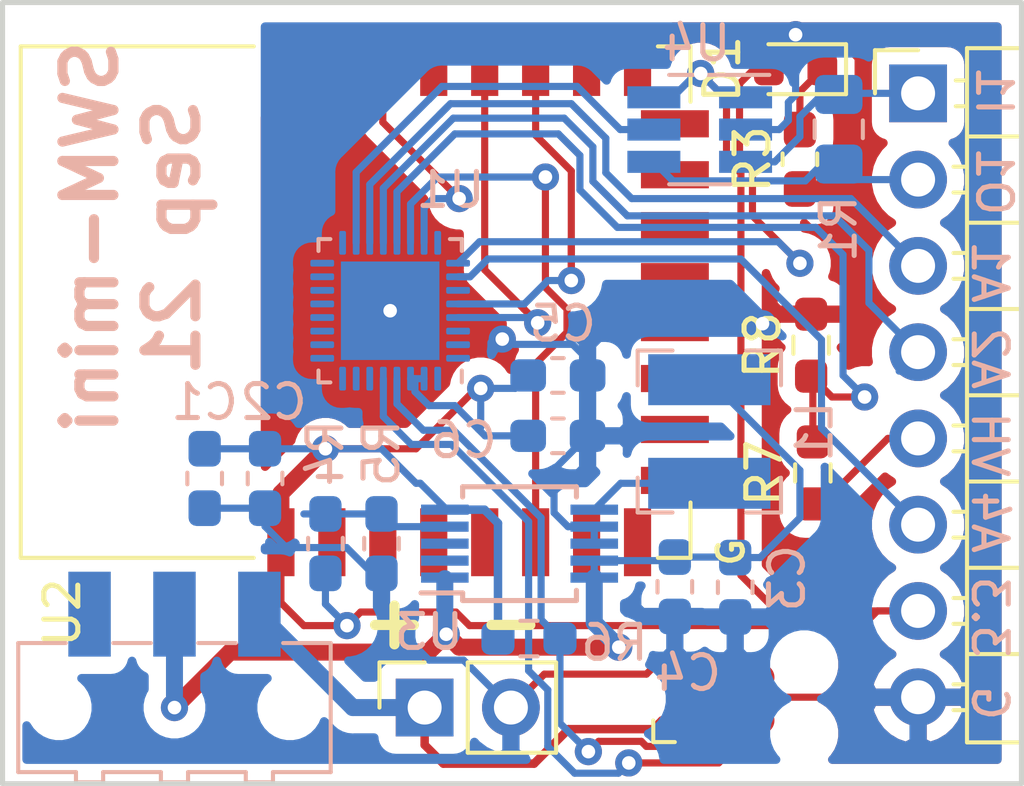
<source format=kicad_pcb>
(kicad_pcb (version 20171130) (host pcbnew "(5.1.10-1-10_14)")

  (general
    (thickness 1.6)
    (drawings 16)
    (tracks 285)
    (zones 0)
    (modules 23)
    (nets 62)
  )

  (page A4)
  (layers
    (0 F.Cu signal hide)
    (31 B.Cu signal hide)
    (32 B.Adhes user)
    (33 F.Adhes user)
    (34 B.Paste user hide)
    (35 F.Paste user)
    (36 B.SilkS user)
    (37 F.SilkS user)
    (38 B.Mask user)
    (39 F.Mask user)
    (40 Dwgs.User user)
    (41 Cmts.User user)
    (42 Eco1.User user)
    (43 Eco2.User user)
    (44 Edge.Cuts user)
    (45 Margin user)
    (46 B.CrtYd user)
    (47 F.CrtYd user)
    (48 B.Fab user hide)
    (49 F.Fab user hide)
  )

  (setup
    (last_trace_width 0.21)
    (user_trace_width 0.21)
    (user_trace_width 0.5)
    (trace_clearance 0.13)
    (zone_clearance 0.508)
    (zone_45_only no)
    (trace_min 0.2)
    (via_size 0.8)
    (via_drill 0.4)
    (via_min_size 0.4)
    (via_min_drill 0.3)
    (uvia_size 0.3)
    (uvia_drill 0.1)
    (uvias_allowed no)
    (uvia_min_size 0.2)
    (uvia_min_drill 0.1)
    (edge_width 0.05)
    (segment_width 0.2)
    (pcb_text_width 0.3)
    (pcb_text_size 1.5 1.5)
    (mod_edge_width 0.12)
    (mod_text_size 1 1)
    (mod_text_width 0.15)
    (pad_size 1.56 0.65)
    (pad_drill 0)
    (pad_to_mask_clearance 0.05)
    (aux_axis_origin 0 0)
    (visible_elements 7FFFFFFF)
    (pcbplotparams
      (layerselection 0x010fc_ffffffff)
      (usegerberextensions false)
      (usegerberattributes true)
      (usegerberadvancedattributes true)
      (creategerberjobfile true)
      (excludeedgelayer true)
      (linewidth 0.100000)
      (plotframeref false)
      (viasonmask false)
      (mode 1)
      (useauxorigin false)
      (hpglpennumber 1)
      (hpglpenspeed 20)
      (hpglpendiameter 15.000000)
      (psnegative false)
      (psa4output false)
      (plotreference true)
      (plotvalue true)
      (plotinvisibletext false)
      (padsonsilk false)
      (subtractmaskfromsilk false)
      (outputformat 1)
      (mirror false)
      (drillshape 0)
      (scaleselection 1)
      (outputdirectory "jul v2 21/"))
  )

  (net 0 "")
  (net 1 A2)
  (net 2 GND)
  (net 3 A3)
  (net 4 +3V3)
  (net 5 ARD_RX)
  (net 6 A1)
  (net 7 A0)
  (net 8 PWRC)
  (net 9 ARD_TX)
  (net 10 "Net-(U2-Pad16)")
  (net 11 "Net-(U2-Pad15)")
  (net 12 "Net-(U2-Pad14)")
  (net 13 "Net-(U2-Pad13)")
  (net 14 "Net-(U2-Pad12)")
  (net 15 "Net-(U2-Pad11)")
  (net 16 "Net-(U2-Pad10)")
  (net 17 "Net-(U2-Pad8)")
  (net 18 "Net-(U2-Pad17)")
  (net 19 "Net-(U2-Pad18)")
  (net 20 "Net-(U2-Pad7)")
  (net 21 "Net-(U2-Pad21)")
  (net 22 "Net-(U2-Pad3)")
  (net 23 "Net-(U2-Pad2)")
  (net 24 "Net-(U2-Pad23)")
  (net 25 "Net-(U2-Pad9)")
  (net 26 VIN)
  (net 27 C1_OUT)
  (net 28 C1_IN)
  (net 29 "Net-(L1-Pad2)")
  (net 30 VFB)
  (net 31 LBO)
  (net 32 STATUS)
  (net 33 C2D)
  (net 34 C2CK)
  (net 35 PGT)
  (net 36 "Net-(D1-Pad1)")
  (net 37 BATT)
  (net 38 "Net-(SW1-Pad3)")
  (net 39 LED)
  (net 40 "Net-(U1-Pad1)")
  (net 41 "Net-(U1-Pad6)")
  (net 42 "Net-(U1-Pad7)")
  (net 43 "Net-(U1-Pad8)")
  (net 44 "Net-(U1-Pad9)")
  (net 45 "Net-(U1-Pad10)")
  (net 46 "Net-(U1-Pad11)")
  (net 47 "Net-(U1-Pad12)")
  (net 48 "Net-(U1-Pad13)")
  (net 49 "Net-(U1-Pad14)")
  (net 50 "Net-(U1-Pad15)")
  (net 51 "Net-(U1-Pad16)")
  (net 52 "Net-(U1-Pad17)")
  (net 53 "Net-(U1-Pad24)")
  (net 54 "Net-(U1-Pad27)")
  (net 55 "Net-(U1-Pad30)")
  (net 56 "Net-(U1-Pad31)")
  (net 57 "Net-(U1-Pad32)")
  (net 58 "Net-(J2-Pad4)")
  (net 59 "Net-(J2-Pad2)")
  (net 60 VHIGH)
  (net 61 A4)

  (net_class Default "This is the default net class."
    (clearance 0.13)
    (trace_width 0.25)
    (via_dia 0.8)
    (via_drill 0.4)
    (uvia_dia 0.3)
    (uvia_drill 0.1)
    (add_net +3V3)
    (add_net A0)
    (add_net A1)
    (add_net A2)
    (add_net A3)
    (add_net A4)
    (add_net ARD_RX)
    (add_net ARD_TX)
    (add_net BATT)
    (add_net C1_IN)
    (add_net C1_OUT)
    (add_net C2CK)
    (add_net C2D)
    (add_net GND)
    (add_net LBO)
    (add_net LED)
    (add_net "Net-(D1-Pad1)")
    (add_net "Net-(J2-Pad2)")
    (add_net "Net-(J2-Pad4)")
    (add_net "Net-(L1-Pad2)")
    (add_net "Net-(SW1-Pad3)")
    (add_net "Net-(U1-Pad1)")
    (add_net "Net-(U1-Pad10)")
    (add_net "Net-(U1-Pad11)")
    (add_net "Net-(U1-Pad12)")
    (add_net "Net-(U1-Pad13)")
    (add_net "Net-(U1-Pad14)")
    (add_net "Net-(U1-Pad15)")
    (add_net "Net-(U1-Pad16)")
    (add_net "Net-(U1-Pad17)")
    (add_net "Net-(U1-Pad24)")
    (add_net "Net-(U1-Pad27)")
    (add_net "Net-(U1-Pad30)")
    (add_net "Net-(U1-Pad31)")
    (add_net "Net-(U1-Pad32)")
    (add_net "Net-(U1-Pad6)")
    (add_net "Net-(U1-Pad7)")
    (add_net "Net-(U1-Pad8)")
    (add_net "Net-(U1-Pad9)")
    (add_net "Net-(U2-Pad10)")
    (add_net "Net-(U2-Pad11)")
    (add_net "Net-(U2-Pad12)")
    (add_net "Net-(U2-Pad13)")
    (add_net "Net-(U2-Pad14)")
    (add_net "Net-(U2-Pad15)")
    (add_net "Net-(U2-Pad16)")
    (add_net "Net-(U2-Pad17)")
    (add_net "Net-(U2-Pad18)")
    (add_net "Net-(U2-Pad2)")
    (add_net "Net-(U2-Pad21)")
    (add_net "Net-(U2-Pad23)")
    (add_net "Net-(U2-Pad3)")
    (add_net "Net-(U2-Pad7)")
    (add_net "Net-(U2-Pad8)")
    (add_net "Net-(U2-Pad9)")
    (add_net PGT)
    (add_net PWRC)
    (add_net STATUS)
    (add_net VFB)
    (add_net VHIGH)
    (add_net VIN)
  )

  (module Package_DFN_QFN:QFN-32-1EP_4x4mm_P0.4mm_EP2.9x2.9mm (layer B.Cu) (tedit 5DC5F6A4) (tstamp 611DC710)
    (at 121.412 84.074 90)
    (descr "QFN, 32 Pin (http://ww1.microchip.com/downloads/en/DeviceDoc/atmel-8153-8-and-16-bit-avr-microcontroller-xmega-e-atxmega8e5-atxmega16e5-atxmega32e5_datasheet.pdf#page=70), generated with kicad-footprint-generator ipc_noLead_generator.py")
    (tags "QFN NoLead")
    (path /611E9E7B)
    (attr smd)
    (fp_text reference U1 (at 3.556 1.778 180) (layer B.SilkS)
      (effects (font (size 1 1) (thickness 0.15)) (justify mirror))
    )
    (fp_text value EFM8LB1 (at 0 -3.3 270) (layer B.Fab)
      (effects (font (size 1 1) (thickness 0.15)) (justify mirror))
    )
    (fp_line (start 2.6 2.6) (end -2.6 2.6) (layer B.CrtYd) (width 0.05))
    (fp_line (start 2.6 -2.6) (end 2.6 2.6) (layer B.CrtYd) (width 0.05))
    (fp_line (start -2.6 -2.6) (end 2.6 -2.6) (layer B.CrtYd) (width 0.05))
    (fp_line (start -2.6 2.6) (end -2.6 -2.6) (layer B.CrtYd) (width 0.05))
    (fp_line (start -2 1) (end -1 2) (layer B.Fab) (width 0.1))
    (fp_line (start -2 -2) (end -2 1) (layer B.Fab) (width 0.1))
    (fp_line (start 2 -2) (end -2 -2) (layer B.Fab) (width 0.1))
    (fp_line (start 2 2) (end 2 -2) (layer B.Fab) (width 0.1))
    (fp_line (start -1 2) (end 2 2) (layer B.Fab) (width 0.1))
    (fp_line (start -1.76 2.11) (end -2.11 2.11) (layer B.SilkS) (width 0.12))
    (fp_line (start 2.11 -2.11) (end 2.11 -1.76) (layer B.SilkS) (width 0.12))
    (fp_line (start 1.76 -2.11) (end 2.11 -2.11) (layer B.SilkS) (width 0.12))
    (fp_line (start -2.11 -2.11) (end -2.11 -1.76) (layer B.SilkS) (width 0.12))
    (fp_line (start -1.76 -2.11) (end -2.11 -2.11) (layer B.SilkS) (width 0.12))
    (fp_line (start 2.11 2.11) (end 2.11 1.76) (layer B.SilkS) (width 0.12))
    (fp_line (start 1.76 2.11) (end 2.11 2.11) (layer B.SilkS) (width 0.12))
    (fp_text user %R (at 0 0 270) (layer B.Fab)
      (effects (font (size 1 1) (thickness 0.15)) (justify mirror))
    )
    (pad 1 smd roundrect (at -2 1.4 90) (size 0.7 0.2) (layers B.Cu B.Paste B.Mask) (roundrect_rratio 0.25)
      (net 40 "Net-(U1-Pad1)"))
    (pad 2 smd roundrect (at -2 1 90) (size 0.7 0.2) (layers B.Cu B.Paste B.Mask) (roundrect_rratio 0.25)
      (net 4 +3V3))
    (pad 3 smd roundrect (at -2 0.6 90) (size 0.7 0.2) (layers B.Cu B.Paste B.Mask) (roundrect_rratio 0.25)
      (net 4 +3V3))
    (pad 4 smd roundrect (at -2 0.2 90) (size 0.7 0.2) (layers B.Cu B.Paste B.Mask) (roundrect_rratio 0.25)
      (net 34 C2CK))
    (pad 5 smd roundrect (at -2 -0.2 90) (size 0.7 0.2) (layers B.Cu B.Paste B.Mask) (roundrect_rratio 0.25)
      (net 33 C2D))
    (pad 6 smd roundrect (at -2 -0.6 90) (size 0.7 0.2) (layers B.Cu B.Paste B.Mask) (roundrect_rratio 0.25)
      (net 41 "Net-(U1-Pad6)"))
    (pad 7 smd roundrect (at -2 -1 90) (size 0.7 0.2) (layers B.Cu B.Paste B.Mask) (roundrect_rratio 0.25)
      (net 42 "Net-(U1-Pad7)"))
    (pad 8 smd roundrect (at -2 -1.4 90) (size 0.7 0.2) (layers B.Cu B.Paste B.Mask) (roundrect_rratio 0.25)
      (net 43 "Net-(U1-Pad8)"))
    (pad 9 smd roundrect (at -1.4 -2 90) (size 0.2 0.7) (layers B.Cu B.Paste B.Mask) (roundrect_rratio 0.25)
      (net 44 "Net-(U1-Pad9)"))
    (pad 10 smd roundrect (at -1 -2 90) (size 0.2 0.7) (layers B.Cu B.Paste B.Mask) (roundrect_rratio 0.25)
      (net 45 "Net-(U1-Pad10)"))
    (pad 11 smd roundrect (at -0.6 -2 90) (size 0.2 0.7) (layers B.Cu B.Paste B.Mask) (roundrect_rratio 0.25)
      (net 46 "Net-(U1-Pad11)"))
    (pad 12 smd roundrect (at -0.2 -2 90) (size 0.2 0.7) (layers B.Cu B.Paste B.Mask) (roundrect_rratio 0.25)
      (net 47 "Net-(U1-Pad12)"))
    (pad 13 smd roundrect (at 0.2 -2 90) (size 0.2 0.7) (layers B.Cu B.Paste B.Mask) (roundrect_rratio 0.25)
      (net 48 "Net-(U1-Pad13)"))
    (pad 14 smd roundrect (at 0.6 -2 90) (size 0.2 0.7) (layers B.Cu B.Paste B.Mask) (roundrect_rratio 0.25)
      (net 49 "Net-(U1-Pad14)"))
    (pad 15 smd roundrect (at 1 -2 90) (size 0.2 0.7) (layers B.Cu B.Paste B.Mask) (roundrect_rratio 0.25)
      (net 50 "Net-(U1-Pad15)"))
    (pad 16 smd roundrect (at 1.4 -2 90) (size 0.2 0.7) (layers B.Cu B.Paste B.Mask) (roundrect_rratio 0.25)
      (net 51 "Net-(U1-Pad16)"))
    (pad 17 smd roundrect (at 2 -1.4 90) (size 0.7 0.2) (layers B.Cu B.Paste B.Mask) (roundrect_rratio 0.25)
      (net 52 "Net-(U1-Pad17)"))
    (pad 18 smd roundrect (at 2 -1 90) (size 0.7 0.2) (layers B.Cu B.Paste B.Mask) (roundrect_rratio 0.25)
      (net 7 A0))
    (pad 19 smd roundrect (at 2 -0.6 90) (size 0.7 0.2) (layers B.Cu B.Paste B.Mask) (roundrect_rratio 0.25)
      (net 6 A1))
    (pad 20 smd roundrect (at 2 -0.2 90) (size 0.7 0.2) (layers B.Cu B.Paste B.Mask) (roundrect_rratio 0.25)
      (net 1 A2))
    (pad 21 smd roundrect (at 2 0.2 90) (size 0.7 0.2) (layers B.Cu B.Paste B.Mask) (roundrect_rratio 0.25)
      (net 3 A3))
    (pad 22 smd roundrect (at 2 0.6 90) (size 0.7 0.2) (layers B.Cu B.Paste B.Mask) (roundrect_rratio 0.25)
      (net 32 STATUS))
    (pad 23 smd roundrect (at 2 1 90) (size 0.7 0.2) (layers B.Cu B.Paste B.Mask) (roundrect_rratio 0.25)
      (net 8 PWRC))
    (pad 24 smd roundrect (at 2 1.4 90) (size 0.7 0.2) (layers B.Cu B.Paste B.Mask) (roundrect_rratio 0.25)
      (net 53 "Net-(U1-Pad24)"))
    (pad 25 smd roundrect (at 1.4 2 90) (size 0.2 0.7) (layers B.Cu B.Paste B.Mask) (roundrect_rratio 0.25)
      (net 39 LED))
    (pad 26 smd roundrect (at 1 2 90) (size 0.2 0.7) (layers B.Cu B.Paste B.Mask) (roundrect_rratio 0.25)
      (net 61 A4))
    (pad 27 smd roundrect (at 0.6 2 90) (size 0.2 0.7) (layers B.Cu B.Paste B.Mask) (roundrect_rratio 0.25)
      (net 54 "Net-(U1-Pad27)"))
    (pad 28 smd roundrect (at 0.2 2 90) (size 0.2 0.7) (layers B.Cu B.Paste B.Mask) (roundrect_rratio 0.25)
      (net 5 ARD_RX))
    (pad 29 smd roundrect (at -0.2 2 90) (size 0.2 0.7) (layers B.Cu B.Paste B.Mask) (roundrect_rratio 0.25)
      (net 9 ARD_TX))
    (pad 30 smd roundrect (at -0.6 2 90) (size 0.2 0.7) (layers B.Cu B.Paste B.Mask) (roundrect_rratio 0.25)
      (net 55 "Net-(U1-Pad30)"))
    (pad 31 smd roundrect (at -1 2 90) (size 0.2 0.7) (layers B.Cu B.Paste B.Mask) (roundrect_rratio 0.25)
      (net 56 "Net-(U1-Pad31)"))
    (pad 32 smd roundrect (at -1.4 2 90) (size 0.2 0.7) (layers B.Cu B.Paste B.Mask) (roundrect_rratio 0.25)
      (net 57 "Net-(U1-Pad32)"))
    (pad 33 smd rect (at 0 0 90) (size 2.9 2.9) (layers B.Cu B.Mask)
      (net 2 GND))
    (pad "" smd roundrect (at -0.725 0.725 90) (size 1.17 1.17) (layers B.Paste) (roundrect_rratio 0.213675))
    (pad "" smd roundrect (at -0.725 -0.725 90) (size 1.17 1.17) (layers B.Paste) (roundrect_rratio 0.213675))
    (pad "" smd roundrect (at 0.725 0.725 90) (size 1.17 1.17) (layers B.Paste) (roundrect_rratio 0.213675))
    (pad "" smd roundrect (at 0.725 -0.725 90) (size 1.17 1.17) (layers B.Paste) (roundrect_rratio 0.213675))
    (model ${KISYS3DMOD}/Package_DFN_QFN.3dshapes/QFN-32-1EP_4x4mm_P0.4mm_EP2.9x2.9mm.wrl
      (at (xyz 0 0 0))
      (scale (xyz 1 1 1))
      (rotate (xyz 0 0 0))
    )
  )

  (module JDY-08:JDY-08_HandSoldering (layer F.Cu) (tedit 592340EF) (tstamp 612CE899)
    (at 120.396 83.82 90)
    (tags "JDY-08 BLE")
    (path /60F6CD69)
    (solder_mask_margin 0.2)
    (fp_text reference U2 (at -9.144 -8.636 270) (layer F.SilkS)
      (effects (font (size 1 1) (thickness 0.15)))
    )
    (fp_text value JDY-08 (at 0 -11.4 90) (layer F.Fab)
      (effects (font (size 1 1) (thickness 0.15)))
    )
    (fp_line (start -7.47 -9.8) (end 7.47 -9.8) (layer F.Fab) (width 0.1))
    (fp_line (start -7.47 9.8) (end 7.47 9.8) (layer F.Fab) (width 0.1))
    (fp_line (start -7.47 -9.8) (end -7.47 9.8) (layer F.Fab) (width 0.1))
    (fp_line (start 7.47 -9.8) (end 7.47 9.8) (layer F.Fab) (width 0.1))
    (fp_line (start -7.53 -3) (end -7.53 -9.86) (layer F.SilkS) (width 0.12))
    (fp_line (start -7.53 -9.86) (end 7.53 -9.86) (layer F.SilkS) (width 0.12))
    (fp_line (start 7.53 -9.86) (end 7.53 -3) (layer F.SilkS) (width 0.12))
    (fp_line (start -7.53 8.9) (end -7.53 9.86) (layer F.SilkS) (width 0.12))
    (fp_line (start -7.53 9.86) (end -5.9 9.86) (layer F.SilkS) (width 0.12))
    (fp_line (start 5.9 9.86) (end 7.53 9.86) (layer F.SilkS) (width 0.12))
    (fp_line (start 7.53 9.86) (end 7.53 8.9) (layer F.SilkS) (width 0.12))
    (fp_line (start 6 -3.5) (end 6 -8.5) (layer F.Fab) (width 0.15))
    (fp_line (start 6 -8.5) (end 4 -8.5) (layer F.Fab) (width 0.15))
    (fp_line (start 4 -8.5) (end 4 -3.5) (layer F.Fab) (width 0.15))
    (fp_line (start 4 -3.5) (end 2 -3.5) (layer F.Fab) (width 0.15))
    (fp_line (start 2 -3.5) (end 2 -8.5) (layer F.Fab) (width 0.15))
    (fp_line (start 2 -8.5) (end 0 -8.5) (layer F.Fab) (width 0.15))
    (fp_line (start 0 -8.5) (end 0 -3.5) (layer F.Fab) (width 0.15))
    (fp_line (start 0 -3.5) (end -2 -3.5) (layer F.Fab) (width 0.15))
    (fp_line (start -2 -3.5) (end -2 -8.5) (layer F.Fab) (width 0.15))
    (fp_line (start -2 -8.5) (end -6 -8.5) (layer F.Fab) (width 0.15))
    (fp_line (start -6 -8.5) (end -6 -3.5) (layer F.Fab) (width 0.15))
    (fp_line (start -4 -8.5) (end -4 -3.5) (layer F.Fab) (width 0.15))
    (fp_line (start -8.5 11) (end 8.5 11) (layer F.CrtYd) (width 0.1))
    (fp_line (start 8.5 11) (end 8.5 -10.3) (layer F.CrtYd) (width 0.1))
    (fp_line (start 8.5 -10.3) (end -8.5 -10.3) (layer F.CrtYd) (width 0.1))
    (fp_line (start -8.5 -10.3) (end -8.5 11) (layer F.CrtYd) (width 0.1))
    (pad 16 smd rect (at 5.25 9.4 270) (size 0.8 2) (layers F.Cu F.Paste F.Mask)
      (net 10 "Net-(U2-Pad16)"))
    (pad 15 smd rect (at 3.75 9.4 270) (size 0.8 2) (layers F.Cu F.Paste F.Mask)
      (net 11 "Net-(U2-Pad15)"))
    (pad 14 smd rect (at 2.25 9.4 270) (size 0.8 2) (layers F.Cu F.Paste F.Mask)
      (net 12 "Net-(U2-Pad14)"))
    (pad 13 smd rect (at 0.75 9.4 270) (size 0.8 2) (layers F.Cu F.Paste F.Mask)
      (net 13 "Net-(U2-Pad13)"))
    (pad 12 smd rect (at -0.75 9.4 270) (size 0.8 2) (layers F.Cu F.Paste F.Mask)
      (net 14 "Net-(U2-Pad12)"))
    (pad 11 smd rect (at -2.25 9.4 270) (size 0.8 2) (layers F.Cu F.Paste F.Mask)
      (net 15 "Net-(U2-Pad11)"))
    (pad 10 smd rect (at -3.75 9.4 270) (size 0.8 2) (layers F.Cu F.Paste F.Mask)
      (net 16 "Net-(U2-Pad10)"))
    (pad 8 smd rect (at -7.07 8.3 270) (size 2 0.8) (layers F.Cu F.Paste F.Mask)
      (net 17 "Net-(U2-Pad8)"))
    (pad 17 smd rect (at 7.07 8.3 270) (size 2 0.8) (layers F.Cu F.Paste F.Mask)
      (net 18 "Net-(U2-Pad17)"))
    (pad 18 smd rect (at 7.07 6.8 270) (size 2 0.8) (layers F.Cu F.Paste F.Mask)
      (net 19 "Net-(U2-Pad18)"))
    (pad 7 smd rect (at -7.07 6.8 270) (size 2 0.8) (layers F.Cu F.Paste F.Mask)
      (net 20 "Net-(U2-Pad7)"))
    (pad 6 smd rect (at -7.07 5.3 270) (size 2 0.8) (layers F.Cu F.Paste F.Mask)
      (net 32 STATUS))
    (pad 19 smd rect (at 7.07 5.3 270) (size 2 0.8) (layers F.Cu F.Paste F.Mask)
      (net 5 ARD_RX))
    (pad 20 smd rect (at 7.07 3.8 270) (size 2 0.8) (layers F.Cu F.Paste F.Mask)
      (net 9 ARD_TX))
    (pad 5 smd rect (at -7.07 3.8 270) (size 2 0.8) (layers F.Cu F.Paste F.Mask))
    (pad 4 smd rect (at -7.07 2.3 270) (size 2 0.8) (layers F.Cu F.Paste F.Mask))
    (pad 21 smd rect (at 7.07 2.3 270) (size 2 0.8) (layers F.Cu F.Paste F.Mask)
      (net 21 "Net-(U2-Pad21)"))
    (pad 22 smd rect (at 7.07 0.8 270) (size 2 0.8) (layers F.Cu F.Paste F.Mask)
      (net 8 PWRC))
    (pad 3 smd rect (at -7.07 0.8 270) (size 2 0.8) (layers F.Cu F.Paste F.Mask)
      (net 22 "Net-(U2-Pad3)"))
    (pad 2 smd rect (at -7.07 -0.7 270) (size 2 0.8) (layers F.Cu F.Paste F.Mask)
      (net 23 "Net-(U2-Pad2)"))
    (pad 23 smd rect (at 7.07 -0.7 270) (size 2 0.8) (layers F.Cu F.Paste F.Mask)
      (net 24 "Net-(U2-Pad23)"))
    (pad 24 smd rect (at 7.07 -2.2 270) (size 2 0.8) (layers F.Cu F.Paste F.Mask)
      (net 2 GND))
    (pad 9 smd rect (at -5.25 9.4 270) (size 0.8 2) (layers F.Cu F.Paste F.Mask)
      (net 25 "Net-(U2-Pad9)"))
    (pad 1 smd rect (at -7.07 -2.2 270) (size 2 0.8) (layers F.Cu F.Paste F.Mask)
      (net 4 +3V3))
    (model ../../../../../../Users/kich/Project/JDY-08/JDY-08..3dshapes/JDY-08.wrl
      (at (xyz 0 0 0))
      (scale (xyz 1 1 1))
      (rotate (xyz 0 0 0))
    )
    (model ${KISYS3DMOD}/JDY-08..3dshapes/JDY-08.wrl
      (at (xyz 0 0 0))
      (scale (xyz 1 1 1))
      (rotate (xyz 0 0 0))
    )
  )

  (module Package_TO_SOT_SMD:SOT-23-6_Handsoldering (layer B.Cu) (tedit 5A02FF57) (tstamp 612D48E2)
    (at 130.5268 78.74 180)
    (descr "6-pin SOT-23 package, Handsoldering")
    (tags "SOT-23-6 Handsoldering")
    (path /612DBC77)
    (attr smd)
    (fp_text reference U4 (at 0.0978 2.54) (layer B.SilkS)
      (effects (font (size 1 1) (thickness 0.15)) (justify mirror))
    )
    (fp_text value MAX44284 (at 0 -2.9) (layer B.Fab)
      (effects (font (size 1 1) (thickness 0.15)) (justify mirror))
    )
    (fp_text user %R (at 0 0 270) (layer B.Fab)
      (effects (font (size 0.5 0.5) (thickness 0.075)) (justify mirror))
    )
    (fp_line (start -0.9 -1.61) (end 0.9 -1.61) (layer B.SilkS) (width 0.12))
    (fp_line (start 0.9 1.61) (end -2.05 1.61) (layer B.SilkS) (width 0.12))
    (fp_line (start -2.4 -1.8) (end -2.4 1.8) (layer B.CrtYd) (width 0.05))
    (fp_line (start 2.4 -1.8) (end -2.4 -1.8) (layer B.CrtYd) (width 0.05))
    (fp_line (start 2.4 1.8) (end 2.4 -1.8) (layer B.CrtYd) (width 0.05))
    (fp_line (start -2.4 1.8) (end 2.4 1.8) (layer B.CrtYd) (width 0.05))
    (fp_line (start -0.9 0.9) (end -0.25 1.55) (layer B.Fab) (width 0.1))
    (fp_line (start 0.9 1.55) (end -0.25 1.55) (layer B.Fab) (width 0.1))
    (fp_line (start -0.9 0.9) (end -0.9 -1.55) (layer B.Fab) (width 0.1))
    (fp_line (start 0.9 -1.55) (end -0.9 -1.55) (layer B.Fab) (width 0.1))
    (fp_line (start 0.9 1.55) (end 0.9 -1.55) (layer B.Fab) (width 0.1))
    (pad 5 smd rect (at 1.35 0 180) (size 1.56 0.65) (layers B.Cu B.Paste B.Mask)
      (net 7 A0))
    (pad 6 smd rect (at 1.35 0.95 180) (size 1.56 0.65) (layers B.Cu B.Paste B.Mask)
      (net 4 +3V3))
    (pad 4 smd rect (at 1.35 -0.95 180) (size 1.56 0.65) (layers B.Cu B.Paste B.Mask)
      (net 27 C1_OUT))
    (pad 3 smd rect (at -1.35 -0.95 180) (size 1.56 0.65) (layers B.Cu B.Paste B.Mask)
      (net 28 C1_IN))
    (pad 2 smd rect (at -1.35 0 180) (size 1.56 0.65) (layers B.Cu B.Paste B.Mask)
      (net 2 GND))
    (pad 1 smd rect (at -1.35 0.95 180) (size 1.56 0.65) (layers B.Cu B.Paste B.Mask)
      (net 4 +3V3))
    (model ${KISYS3DMOD}/Package_TO_SOT_SMD.3dshapes/SOT-23-6.wrl
      (at (xyz 0 0 0))
      (scale (xyz 1 1 1))
      (rotate (xyz 0 0 0))
    )
  )

  (module Resistor_SMD:R_0603_1608Metric_Pad0.98x0.95mm_HandSolder (layer F.Cu) (tedit 5F68FEEE) (tstamp 612D4864)
    (at 133.8072 85.0881 90)
    (descr "Resistor SMD 0603 (1608 Metric), square (rectangular) end terminal, IPC_7351 nominal with elongated pad for handsoldering. (Body size source: IPC-SM-782 page 72, https://www.pcb-3d.com/wordpress/wp-content/uploads/ipc-sm-782a_amendment_1_and_2.pdf), generated with kicad-footprint-generator")
    (tags "resistor handsolder")
    (path /61316095)
    (attr smd)
    (fp_text reference R8 (at 0 -1.43 -90) (layer F.SilkS)
      (effects (font (size 1 1) (thickness 0.15)))
    )
    (fp_text value 10k (at 0 1.43 -90) (layer F.Fab)
      (effects (font (size 1 1) (thickness 0.15)))
    )
    (fp_line (start 1.65 0.73) (end -1.65 0.73) (layer F.CrtYd) (width 0.05))
    (fp_line (start 1.65 -0.73) (end 1.65 0.73) (layer F.CrtYd) (width 0.05))
    (fp_line (start -1.65 -0.73) (end 1.65 -0.73) (layer F.CrtYd) (width 0.05))
    (fp_line (start -1.65 0.73) (end -1.65 -0.73) (layer F.CrtYd) (width 0.05))
    (fp_line (start -0.254724 0.5225) (end 0.254724 0.5225) (layer F.SilkS) (width 0.12))
    (fp_line (start -0.254724 -0.5225) (end 0.254724 -0.5225) (layer F.SilkS) (width 0.12))
    (fp_line (start 0.8 0.4125) (end -0.8 0.4125) (layer F.Fab) (width 0.1))
    (fp_line (start 0.8 -0.4125) (end 0.8 0.4125) (layer F.Fab) (width 0.1))
    (fp_line (start -0.8 -0.4125) (end 0.8 -0.4125) (layer F.Fab) (width 0.1))
    (fp_line (start -0.8 0.4125) (end -0.8 -0.4125) (layer F.Fab) (width 0.1))
    (fp_text user %R (at 0 0 -90) (layer F.Fab)
      (effects (font (size 0.4 0.4) (thickness 0.06)))
    )
    (pad 2 smd roundrect (at 0.9125 0 90) (size 0.975 0.95) (layers F.Cu F.Paste F.Mask) (roundrect_rratio 0.25)
      (net 2 GND))
    (pad 1 smd roundrect (at -0.9125 0 90) (size 0.975 0.95) (layers F.Cu F.Paste F.Mask) (roundrect_rratio 0.25)
      (net 3 A3))
    (model ${KISYS3DMOD}/Resistor_SMD.3dshapes/R_0603_1608Metric.wrl
      (at (xyz 0 0 0))
      (scale (xyz 1 1 1))
      (rotate (xyz 0 0 0))
    )
  )

  (module Resistor_SMD:R_0603_1608Metric_Pad0.98x0.95mm_HandSolder (layer F.Cu) (tedit 5F68FEEE) (tstamp 612D4834)
    (at 133.858 88.8492 90)
    (descr "Resistor SMD 0603 (1608 Metric), square (rectangular) end terminal, IPC_7351 nominal with elongated pad for handsoldering. (Body size source: IPC-SM-782 page 72, https://www.pcb-3d.com/wordpress/wp-content/uploads/ipc-sm-782a_amendment_1_and_2.pdf), generated with kicad-footprint-generator")
    (tags "resistor handsolder")
    (path /6131256B)
    (attr smd)
    (fp_text reference R7 (at 0 -1.43 270) (layer F.SilkS)
      (effects (font (size 1 1) (thickness 0.15)))
    )
    (fp_text value 110k (at 0 1.43 270) (layer F.Fab)
      (effects (font (size 1 1) (thickness 0.15)))
    )
    (fp_line (start 1.65 0.73) (end -1.65 0.73) (layer F.CrtYd) (width 0.05))
    (fp_line (start 1.65 -0.73) (end 1.65 0.73) (layer F.CrtYd) (width 0.05))
    (fp_line (start -1.65 -0.73) (end 1.65 -0.73) (layer F.CrtYd) (width 0.05))
    (fp_line (start -1.65 0.73) (end -1.65 -0.73) (layer F.CrtYd) (width 0.05))
    (fp_line (start -0.254724 0.5225) (end 0.254724 0.5225) (layer F.SilkS) (width 0.12))
    (fp_line (start -0.254724 -0.5225) (end 0.254724 -0.5225) (layer F.SilkS) (width 0.12))
    (fp_line (start 0.8 0.4125) (end -0.8 0.4125) (layer F.Fab) (width 0.1))
    (fp_line (start 0.8 -0.4125) (end 0.8 0.4125) (layer F.Fab) (width 0.1))
    (fp_line (start -0.8 -0.4125) (end 0.8 -0.4125) (layer F.Fab) (width 0.1))
    (fp_line (start -0.8 0.4125) (end -0.8 -0.4125) (layer F.Fab) (width 0.1))
    (fp_text user %R (at 0 0 270) (layer F.Fab)
      (effects (font (size 0.4 0.4) (thickness 0.06)))
    )
    (pad 2 smd roundrect (at 0.9125 0 90) (size 0.975 0.95) (layers F.Cu F.Paste F.Mask) (roundrect_rratio 0.25)
      (net 3 A3))
    (pad 1 smd roundrect (at -0.9125 0 90) (size 0.975 0.95) (layers F.Cu F.Paste F.Mask) (roundrect_rratio 0.25)
      (net 60 VHIGH))
    (model ${KISYS3DMOD}/Resistor_SMD.3dshapes/R_0603_1608Metric.wrl
      (at (xyz 0 0 0))
      (scale (xyz 1 1 1))
      (rotate (xyz 0 0 0))
    )
  )

  (module Inductor_SMD:L_Bourns-SRN4018 (layer B.Cu) (tedit 5B471911) (tstamp 61276873)
    (at 130.81 87.63 270)
    (descr "Bourns SRN4018 series SMD inductor, https://www.bourns.com/docs/Product-Datasheets/SRN4018.pdf")
    (tags "Bourns SRN4018 SMD inductor")
    (path /60FD4756)
    (attr smd)
    (fp_text reference L1 (at 0 -3.1 90) (layer B.SilkS)
      (effects (font (size 1 1) (thickness 0.15)) (justify mirror))
    )
    (fp_text value 4.7uH (at 0 3.1 90) (layer B.Fab)
      (effects (font (size 1 1) (thickness 0.15)) (justify mirror))
    )
    (fp_line (start -2.53 2.25) (end -2.53 -2.25) (layer B.CrtYd) (width 0.05))
    (fp_line (start -2.53 -2.25) (end 2.53 -2.25) (layer B.CrtYd) (width 0.05))
    (fp_line (start 2.53 2.25) (end 2.53 -2.25) (layer B.CrtYd) (width 0.05))
    (fp_line (start -2.53 2.25) (end 2.53 2.25) (layer B.CrtYd) (width 0.05))
    (fp_line (start -2.385 -2.11) (end -1.36 -2.11) (layer B.SilkS) (width 0.12))
    (fp_line (start 2.385 -2.11) (end 1.36 -2.11) (layer B.SilkS) (width 0.12))
    (fp_line (start -2.385 -2.11) (end -2.385 -1.085) (layer B.SilkS) (width 0.12))
    (fp_line (start 2.385 -2.11) (end 2.385 -1.085) (layer B.SilkS) (width 0.12))
    (fp_line (start 2.385 2.11) (end 2.385 1.085) (layer B.SilkS) (width 0.12))
    (fp_line (start 2.385 2.11) (end 1.36 2.11) (layer B.SilkS) (width 0.12))
    (fp_line (start 2 2) (end 2 -2) (layer B.Fab) (width 0.1))
    (fp_line (start -2 2) (end -2 -2) (layer B.Fab) (width 0.1))
    (fp_line (start -2.385 2.11) (end -1.36 2.11) (layer B.SilkS) (width 0.12))
    (fp_line (start -2.385 2.11) (end -2.385 1.085) (layer B.SilkS) (width 0.12))
    (fp_line (start -2 2) (end 2 2) (layer B.Fab) (width 0.1))
    (fp_line (start 2 -2) (end -2 -2) (layer B.Fab) (width 0.1))
    (fp_text user %R (at 0 0 90) (layer B.Fab)
      (effects (font (size 1 1) (thickness 0.15)) (justify mirror))
    )
    (pad 2 smd rect (at 1.525 0 270) (size 1.5 3.6) (layers B.Cu B.Paste B.Mask)
      (net 29 "Net-(L1-Pad2)"))
    (pad 1 smd rect (at -1.525 0 270) (size 1.5 3.6) (layers B.Cu B.Paste B.Mask)
      (net 26 VIN))
    (model ${KISYS3DMOD}/Inductor_SMD.3dshapes/L_Bourns-SRN4018.wrl
      (at (xyz 0 0 0))
      (scale (xyz 1 1 1))
      (rotate (xyz 0 0 0))
    )
  )

  (module Package_SO:MSOP-10_3x3mm_P0.5mm (layer B.Cu) (tedit 5A02F25C) (tstamp 61274C04)
    (at 125.222 90.932)
    (descr "10-Lead Plastic Micro Small Outline Package (MS) [MSOP] (see Microchip Packaging Specification 00000049BS.pdf)")
    (tags "SSOP 0.5")
    (path /60F711CF)
    (attr smd)
    (fp_text reference U3 (at -2.667 2.6) (layer B.SilkS)
      (effects (font (size 1 1) (thickness 0.15)) (justify mirror))
    )
    (fp_text value MCP16415 (at 0 -2.6) (layer B.Fab)
      (effects (font (size 1 1) (thickness 0.15)) (justify mirror))
    )
    (fp_line (start -1.675 1.45) (end -2.9 1.45) (layer B.SilkS) (width 0.15))
    (fp_line (start -1.675 -1.675) (end 1.675 -1.675) (layer B.SilkS) (width 0.15))
    (fp_line (start -1.675 1.675) (end 1.675 1.675) (layer B.SilkS) (width 0.15))
    (fp_line (start -1.675 -1.675) (end -1.675 -1.375) (layer B.SilkS) (width 0.15))
    (fp_line (start 1.675 -1.675) (end 1.675 -1.375) (layer B.SilkS) (width 0.15))
    (fp_line (start 1.675 1.675) (end 1.675 1.375) (layer B.SilkS) (width 0.15))
    (fp_line (start -1.675 1.675) (end -1.675 1.45) (layer B.SilkS) (width 0.15))
    (fp_line (start -3.15 -1.85) (end 3.15 -1.85) (layer B.CrtYd) (width 0.05))
    (fp_line (start -3.15 1.85) (end 3.15 1.85) (layer B.CrtYd) (width 0.05))
    (fp_line (start 3.15 1.85) (end 3.15 -1.85) (layer B.CrtYd) (width 0.05))
    (fp_line (start -3.15 1.85) (end -3.15 -1.85) (layer B.CrtYd) (width 0.05))
    (fp_line (start -1.5 0.5) (end -0.5 1.5) (layer B.Fab) (width 0.15))
    (fp_line (start -1.5 -1.5) (end -1.5 0.5) (layer B.Fab) (width 0.15))
    (fp_line (start 1.5 -1.5) (end -1.5 -1.5) (layer B.Fab) (width 0.15))
    (fp_line (start 1.5 1.5) (end 1.5 -1.5) (layer B.Fab) (width 0.15))
    (fp_line (start -0.5 1.5) (end 1.5 1.5) (layer B.Fab) (width 0.15))
    (fp_text user %R (at 0 0) (layer B.Fab)
      (effects (font (size 0.6 0.6) (thickness 0.15)) (justify mirror))
    )
    (pad 10 smd rect (at 2.2 1) (size 1.4 0.3) (layers B.Cu B.Paste B.Mask)
      (net 26 VIN))
    (pad 9 smd rect (at 2.2 0.5) (size 1.4 0.3) (layers B.Cu B.Paste B.Mask)
      (net 26 VIN))
    (pad 8 smd rect (at 2.2 0) (size 1.4 0.3) (layers B.Cu B.Paste B.Mask)
      (net 2 GND))
    (pad 7 smd rect (at 2.2 -0.5) (size 1.4 0.3) (layers B.Cu B.Paste B.Mask)
      (net 2 GND))
    (pad 6 smd rect (at 2.2 -1) (size 1.4 0.3) (layers B.Cu B.Paste B.Mask)
      (net 29 "Net-(L1-Pad2)"))
    (pad 5 smd rect (at -2.2 -1) (size 1.4 0.3) (layers B.Cu B.Paste B.Mask)
      (net 4 +3V3))
    (pad 4 smd rect (at -2.2 -0.5) (size 1.4 0.3) (layers B.Cu B.Paste B.Mask)
      (net 30 VFB))
    (pad 3 smd rect (at -2.2 0) (size 1.4 0.3) (layers B.Cu B.Paste B.Mask)
      (net 35 PGT))
    (pad 2 smd rect (at -2.2 0.5) (size 1.4 0.3) (layers B.Cu B.Paste B.Mask)
      (net 31 LBO))
    (pad 1 smd rect (at -2.2 1) (size 1.4 0.3) (layers B.Cu B.Paste B.Mask)
      (net 26 VIN))
    (model ${KISYS3DMOD}/Package_SO.3dshapes/MSOP-10_3x3mm_P0.5mm.wrl
      (at (xyz 0 0 0))
      (scale (xyz 1 1 1))
      (rotate (xyz 0 0 0))
    )
  )

  (module Resistor_SMD:R_0603_1608Metric_Pad0.98x0.95mm_HandSolder (layer B.Cu) (tedit 5F68FEEE) (tstamp 61273131)
    (at 125.4995 93.726)
    (descr "Resistor SMD 0603 (1608 Metric), square (rectangular) end terminal, IPC_7351 nominal with elongated pad for handsoldering. (Body size source: IPC-SM-782 page 72, https://www.pcb-3d.com/wordpress/wp-content/uploads/ipc-sm-782a_amendment_1_and_2.pdf), generated with kicad-footprint-generator")
    (tags "resistor handsolder")
    (path /6128E69D)
    (attr smd)
    (fp_text reference R6 (at 2.5165 0.127) (layer B.SilkS)
      (effects (font (size 1 1) (thickness 0.15)) (justify mirror))
    )
    (fp_text value 1k (at 0 -1.43) (layer B.Fab)
      (effects (font (size 1 1) (thickness 0.15)) (justify mirror))
    )
    (fp_line (start 1.65 -0.73) (end -1.65 -0.73) (layer B.CrtYd) (width 0.05))
    (fp_line (start 1.65 0.73) (end 1.65 -0.73) (layer B.CrtYd) (width 0.05))
    (fp_line (start -1.65 0.73) (end 1.65 0.73) (layer B.CrtYd) (width 0.05))
    (fp_line (start -1.65 -0.73) (end -1.65 0.73) (layer B.CrtYd) (width 0.05))
    (fp_line (start -0.254724 -0.5225) (end 0.254724 -0.5225) (layer B.SilkS) (width 0.12))
    (fp_line (start -0.254724 0.5225) (end 0.254724 0.5225) (layer B.SilkS) (width 0.12))
    (fp_line (start 0.8 -0.4125) (end -0.8 -0.4125) (layer B.Fab) (width 0.1))
    (fp_line (start 0.8 0.4125) (end 0.8 -0.4125) (layer B.Fab) (width 0.1))
    (fp_line (start -0.8 0.4125) (end 0.8 0.4125) (layer B.Fab) (width 0.1))
    (fp_line (start -0.8 -0.4125) (end -0.8 0.4125) (layer B.Fab) (width 0.1))
    (fp_text user %R (at 0 0) (layer B.Fab)
      (effects (font (size 0.4 0.4) (thickness 0.06)) (justify mirror))
    )
    (pad 2 smd roundrect (at 0.9125 0) (size 0.975 0.95) (layers B.Cu B.Paste B.Mask) (roundrect_rratio 0.25)
      (net 34 C2CK))
    (pad 1 smd roundrect (at -0.9125 0) (size 0.975 0.95) (layers B.Cu B.Paste B.Mask) (roundrect_rratio 0.25)
      (net 4 +3V3))
    (model ${KISYS3DMOD}/Resistor_SMD.3dshapes/R_0603_1608Metric.wrl
      (at (xyz 0 0 0))
      (scale (xyz 1 1 1))
      (rotate (xyz 0 0 0))
    )
  )

  (module Connector:Tag-Connect_TC2030-IDC-NL_2x03_P1.27mm_Vertical (layer F.Cu) (tedit 5A29CEA9) (tstamp 612D44EC)
    (at 131.064 95.504)
    (descr "Tag-Connect programming header; http://www.tag-connect.com/Materials/TC2030-IDC-NL.pdf")
    (tags "tag connect programming header pogo pins")
    (path /6127F01E)
    (attr virtual)
    (fp_text reference J2 (at 0.508 3.556) (layer F.SilkS) hide
      (effects (font (size 1 1) (thickness 0.15)))
    )
    (fp_text value Tag-Connect (at 0 -2.3) (layer F.Fab)
      (effects (font (size 1 1) (thickness 0.15)))
    )
    (fp_line (start 0.635 0.635) (end 1.27 0) (layer Dwgs.User) (width 0.1))
    (fp_line (start 0 0.635) (end 1.27 -0.635) (layer Dwgs.User) (width 0.1))
    (fp_line (start -0.635 0.635) (end 0.635 -0.635) (layer Dwgs.User) (width 0.1))
    (fp_line (start -1.27 0) (end -0.635 -0.635) (layer Dwgs.User) (width 0.1))
    (fp_line (start -1.27 0.635) (end 0 -0.635) (layer Dwgs.User) (width 0.1))
    (fp_line (start -1.27 -0.635) (end 1.27 -0.635) (layer Dwgs.User) (width 0.1))
    (fp_line (start 1.27 -0.635) (end 1.27 0.635) (layer Dwgs.User) (width 0.1))
    (fp_line (start 1.27 0.635) (end -1.27 0.635) (layer Dwgs.User) (width 0.1))
    (fp_line (start -1.27 0.635) (end -1.27 -0.635) (layer Dwgs.User) (width 0.1))
    (fp_line (start -3.5 -2) (end 3.5 -2) (layer F.CrtYd) (width 0.05))
    (fp_line (start 3.5 -2) (end 3.5 2) (layer F.CrtYd) (width 0.05))
    (fp_line (start 3.5 2) (end -3.5 2) (layer F.CrtYd) (width 0.05))
    (fp_line (start -3.5 2) (end -3.5 -2) (layer F.CrtYd) (width 0.05))
    (fp_line (start -1.27 1.27) (end -1.905 1.27) (layer F.SilkS) (width 0.12))
    (fp_line (start -1.905 1.27) (end -1.905 0.635) (layer F.SilkS) (width 0.12))
    (fp_text user KEEPOUT (at 0 0) (layer Cmts.User)
      (effects (font (size 0.4 0.4) (thickness 0.07)))
    )
    (fp_text user %R (at 0 0) (layer F.Fab)
      (effects (font (size 1 1) (thickness 0.15)))
    )
    (pad 6 connect circle (at 1.27 -0.635) (size 0.7874 0.7874) (layers F.Cu F.Mask)
      (net 2 GND))
    (pad 5 connect circle (at 1.27 0.635) (size 0.7874 0.7874) (layers F.Cu F.Mask)
      (net 33 C2D))
    (pad 4 connect circle (at 0 -0.635) (size 0.7874 0.7874) (layers F.Cu F.Mask)
      (net 58 "Net-(J2-Pad4)"))
    (pad 3 connect circle (at 0 0.635) (size 0.7874 0.7874) (layers F.Cu F.Mask)
      (net 34 C2CK))
    (pad 2 connect circle (at -1.27 -0.635) (size 0.7874 0.7874) (layers F.Cu F.Mask)
      (net 59 "Net-(J2-Pad2)"))
    (pad 1 connect circle (at -1.27 0.635) (size 0.7874 0.7874) (layers F.Cu F.Mask)
      (net 37 BATT))
    (pad "" np_thru_hole circle (at -2.54 0) (size 0.9906 0.9906) (drill 0.9906) (layers *.Cu *.Mask))
    (pad "" np_thru_hole circle (at 2.54 1.016) (size 0.9906 0.9906) (drill 0.9906) (layers *.Cu *.Mask))
    (pad "" np_thru_hole circle (at 2.54 -1.016) (size 0.9906 0.9906) (drill 0.9906) (layers *.Cu *.Mask))
  )

  (module Button_Switch_SMD:SW_SPDT_CK-JS102011SAQN (layer B.Cu) (tedit 5A02FC95) (tstamp 61049212)
    (at 115.062 95.758 180)
    (descr "Sub-miniature slide switch, right-angle, http://www.ckswitches.com/media/1422/js.pdf")
    (tags "switch spdt")
    (path /61043960)
    (attr smd)
    (fp_text reference SW1 (at 1.651 5.842) (layer B.SilkS) hide
      (effects (font (size 1 1) (thickness 0.15)) (justify mirror))
    )
    (fp_text value SW_SPDT (at 0 2.9) (layer B.Fab)
      (effects (font (size 1 1) (thickness 0.15)) (justify mirror))
    )
    (fp_line (start -0.4 -3.8) (end -0.4 -3.8) (layer B.SilkS) (width 0.12))
    (fp_line (start 0.4 -3.8) (end -0.4 -3.8) (layer B.SilkS) (width 0.12))
    (fp_line (start 0.7 -3.8) (end 0.7 -3.8) (layer B.SilkS) (width 0.12))
    (fp_line (start 1.2 -3.8) (end 0.7 -3.8) (layer B.SilkS) (width 0.12))
    (fp_line (start -0.7 -3.8) (end -0.7 -3.8) (layer B.SilkS) (width 0.12))
    (fp_line (start -1.2 -3.8) (end -0.7 -3.8) (layer B.SilkS) (width 0.12))
    (fp_line (start -2 -2.5) (end -2 -2.5) (layer B.SilkS) (width 0.12))
    (fp_line (start -2 -3) (end -2 -2.5) (layer B.SilkS) (width 0.12))
    (fp_line (start 2 -2.5) (end 2 -2.5) (layer B.SilkS) (width 0.12))
    (fp_line (start 2 -3) (end 2 -2.5) (layer B.SilkS) (width 0.12))
    (fp_line (start 2 -3.3) (end 2 -3.3) (layer B.SilkS) (width 0.12))
    (fp_line (start 2 -3.8) (end 2 -3.3) (layer B.SilkS) (width 0.12))
    (fp_line (start 1.5 -3.8) (end 1.5 -3.8) (layer B.SilkS) (width 0.12))
    (fp_line (start 2 -3.8) (end 1.5 -3.8) (layer B.SilkS) (width 0.12))
    (fp_line (start -1.5 -3.8) (end -1.5 -3.8) (layer B.SilkS) (width 0.12))
    (fp_line (start -2 -3.8) (end -1.5 -3.8) (layer B.SilkS) (width 0.12))
    (fp_line (start -2 -3.3) (end -2 -3.3) (layer B.SilkS) (width 0.12))
    (fp_line (start -2 -3.8) (end -2 -3.3) (layer B.SilkS) (width 0.12))
    (fp_line (start -5 2.25) (end -5 2.25) (layer B.CrtYd) (width 0.05))
    (fp_line (start -3.5 2.25) (end -5 2.25) (layer B.CrtYd) (width 0.05))
    (fp_line (start -3.5 4.5) (end -3.5 2.25) (layer B.CrtYd) (width 0.05))
    (fp_line (start 3.5 4.5) (end -3.5 4.5) (layer B.CrtYd) (width 0.05))
    (fp_line (start 3.5 2.25) (end 3.5 4.5) (layer B.CrtYd) (width 0.05))
    (fp_line (start 5 2.25) (end 3.5 2.25) (layer B.CrtYd) (width 0.05))
    (fp_line (start 5 -2.25) (end 5 2.25) (layer B.CrtYd) (width 0.05))
    (fp_line (start 3.25 -2.25) (end 5 -2.25) (layer B.CrtYd) (width 0.05))
    (fp_line (start 3.25 -2.5) (end 3.25 -2.25) (layer B.CrtYd) (width 0.05))
    (fp_line (start 2.5 -2.5) (end 3.25 -2.5) (layer B.CrtYd) (width 0.05))
    (fp_line (start 2.5 -4.25) (end 2.5 -2.5) (layer B.CrtYd) (width 0.05))
    (fp_line (start -2.5 -4.25) (end 2.5 -4.25) (layer B.CrtYd) (width 0.05))
    (fp_line (start -2.5 -2.75) (end -2.5 -4.25) (layer B.CrtYd) (width 0.05))
    (fp_line (start -3.25 -2.75) (end -2.5 -2.75) (layer B.CrtYd) (width 0.05))
    (fp_line (start -3.25 -2.25) (end -3.25 -2.75) (layer B.CrtYd) (width 0.05))
    (fp_line (start -5 -2.25) (end -3.25 -2.25) (layer B.CrtYd) (width 0.05))
    (fp_line (start -5 2.25) (end -5 -2.25) (layer B.CrtYd) (width 0.05))
    (fp_line (start -2 -1.8) (end -2 -1.8) (layer B.Fab) (width 0.1))
    (fp_line (start -2 -3.8) (end -2 -1.8) (layer B.Fab) (width 0.1))
    (fp_line (start -0.5 -3.8) (end -2 -3.8) (layer B.Fab) (width 0.1))
    (fp_line (start -0.5 -1.8) (end -0.5 -3.8) (layer B.Fab) (width 0.1))
    (fp_line (start -4.6 -1.9) (end -4.6 -1.9) (layer B.SilkS) (width 0.12))
    (fp_line (start -2.9 -1.9) (end -4.6 -1.9) (layer B.SilkS) (width 0.12))
    (fp_line (start -2.9 -2.2) (end -2.9 -1.9) (layer B.SilkS) (width 0.12))
    (fp_line (start -2.1 -2.2) (end -2.9 -2.2) (layer B.SilkS) (width 0.12))
    (fp_line (start -2.1 -1.9) (end -2.1 -2.2) (layer B.SilkS) (width 0.12))
    (fp_line (start -0.4 -1.9) (end -2.1 -1.9) (layer B.SilkS) (width 0.12))
    (fp_line (start -0.4 -2.2) (end -0.4 -1.9) (layer B.SilkS) (width 0.12))
    (fp_line (start 0.4 -2.2) (end -0.4 -2.2) (layer B.SilkS) (width 0.12))
    (fp_line (start 0.4 -1.9) (end 0.4 -2.2) (layer B.SilkS) (width 0.12))
    (fp_line (start 2.1 -1.9) (end 0.4 -1.9) (layer B.SilkS) (width 0.12))
    (fp_line (start 2.1 -2.2) (end 2.1 -1.9) (layer B.SilkS) (width 0.12))
    (fp_line (start 2.9 -2.2) (end 2.1 -2.2) (layer B.SilkS) (width 0.12))
    (fp_line (start 2.9 -1.9) (end 2.9 -2.2) (layer B.SilkS) (width 0.12))
    (fp_line (start 4.6 -1.9) (end 2.9 -1.9) (layer B.SilkS) (width 0.12))
    (fp_line (start 2.8 -1.8) (end 2.8 -1.8) (layer B.Fab) (width 0.1))
    (fp_line (start 2.8 -2.1) (end 2.8 -1.8) (layer B.Fab) (width 0.1))
    (fp_line (start 2.2 -2.1) (end 2.8 -2.1) (layer B.Fab) (width 0.1))
    (fp_line (start 2.2 -1.8) (end 2.2 -2.1) (layer B.Fab) (width 0.1))
    (fp_line (start -2.8 -1.8) (end -2.8 -1.8) (layer B.Fab) (width 0.1))
    (fp_line (start -2.8 -2.1) (end -2.8 -1.8) (layer B.Fab) (width 0.1))
    (fp_line (start -2.2 -2.1) (end -2.8 -2.1) (layer B.Fab) (width 0.1))
    (fp_line (start -2.2 -1.8) (end -2.2 -2.1) (layer B.Fab) (width 0.1))
    (fp_line (start -0.3 -1.8) (end -0.3 -1.8) (layer B.Fab) (width 0.1))
    (fp_line (start -0.3 -2.1) (end -0.3 -1.8) (layer B.Fab) (width 0.1))
    (fp_line (start 0.3 -2.1) (end -0.3 -2.1) (layer B.Fab) (width 0.1))
    (fp_line (start 0.3 -1.8) (end 0.3 -2.1) (layer B.Fab) (width 0.1))
    (fp_line (start -1.8 1.9) (end -1.8 1.9) (layer B.SilkS) (width 0.12))
    (fp_line (start -0.7 1.9) (end -1.8 1.9) (layer B.SilkS) (width 0.12))
    (fp_line (start 0.7 1.9) (end 0.7 1.9) (layer B.SilkS) (width 0.12))
    (fp_line (start 1.8 1.9) (end 0.7 1.9) (layer B.SilkS) (width 0.12))
    (fp_line (start -4.6 1.9) (end -3.2 1.9) (layer B.SilkS) (width 0.12))
    (fp_line (start -4.6 -1.9) (end -4.6 1.9) (layer B.SilkS) (width 0.12))
    (fp_line (start 4.6 1.9) (end 4.6 -1.9) (layer B.SilkS) (width 0.12))
    (fp_line (start 3.2 1.9) (end 4.6 1.9) (layer B.SilkS) (width 0.12))
    (fp_line (start -1.5 -1.8) (end -1.5 -1.8) (layer B.Fab) (width 0.1))
    (fp_line (start -4.5 -1.8) (end -4.5 -1.8) (layer B.Fab) (width 0.1))
    (fp_line (start -4.5 1.8) (end -4.5 -1.8) (layer B.Fab) (width 0.1))
    (fp_line (start -4.5 -1.8) (end -4.5 -1.8) (layer B.Fab) (width 0.1))
    (fp_line (start -4.4 -1.8) (end -4.5 -1.8) (layer B.Fab) (width 0.1))
    (fp_line (start 4.5 -1.8) (end -4.4 -1.8) (layer B.Fab) (width 0.1))
    (fp_line (start 4.5 1.8) (end 4.5 -1.8) (layer B.Fab) (width 0.1))
    (fp_line (start -4.5 1.8) (end 4.5 1.8) (layer B.Fab) (width 0.1))
    (fp_text user %R (at 0 0) (layer B.Fab)
      (effects (font (size 1 1) (thickness 0.15)) (justify mirror))
    )
    (pad "" np_thru_hole circle (at 3.4 0 180) (size 0.9 0.9) (drill 0.9) (layers *.Cu *.Mask))
    (pad "" np_thru_hole circle (at -3.4 0 180) (size 0.9 0.9) (drill 0.9) (layers *.Cu *.Mask))
    (pad 3 smd rect (at 2.5 2.75 180) (size 1.25 2.5) (layers B.Cu B.Paste B.Mask)
      (net 38 "Net-(SW1-Pad3)"))
    (pad 2 smd rect (at 0 2.75 180) (size 1.25 2.5) (layers B.Cu B.Paste B.Mask)
      (net 26 VIN))
    (pad 1 smd rect (at -2.5 2.75 180) (size 1.25 2.5) (layers B.Cu B.Paste B.Mask)
      (net 37 BATT))
    (model ${KISYS3DMOD}/Button_Switch_SMD.3dshapes/SW_SPDT_CK-JS102011SAQN.wrl
      (at (xyz 0 0 0))
      (scale (xyz 1 1 1))
      (rotate (xyz 0 0 0))
    )
  )

  (module Capacitor_SMD:C_0603_1608Metric_Pad1.05x0.95mm_HandSolder (layer B.Cu) (tedit 5B301BBE) (tstamp 6100641F)
    (at 126.351 87.757)
    (descr "Capacitor SMD 0603 (1608 Metric), square (rectangular) end terminal, IPC_7351 nominal with elongated pad for handsoldering. (Body size source: http://www.tortai-tech.com/upload/download/2011102023233369053.pdf), generated with kicad-footprint-generator")
    (tags "capacitor handsolder")
    (path /610112E3)
    (attr smd)
    (fp_text reference C6 (at -2.78 0.127) (layer B.SilkS)
      (effects (font (size 1 1) (thickness 0.15)) (justify mirror))
    )
    (fp_text value 0.1uF (at 0 -1.43 180) (layer B.Fab)
      (effects (font (size 1 1) (thickness 0.15)) (justify mirror))
    )
    (fp_line (start 1.65 -0.73) (end -1.65 -0.73) (layer B.CrtYd) (width 0.05))
    (fp_line (start 1.65 0.73) (end 1.65 -0.73) (layer B.CrtYd) (width 0.05))
    (fp_line (start -1.65 0.73) (end 1.65 0.73) (layer B.CrtYd) (width 0.05))
    (fp_line (start -1.65 -0.73) (end -1.65 0.73) (layer B.CrtYd) (width 0.05))
    (fp_line (start -0.171267 -0.51) (end 0.171267 -0.51) (layer B.SilkS) (width 0.12))
    (fp_line (start -0.171267 0.51) (end 0.171267 0.51) (layer B.SilkS) (width 0.12))
    (fp_line (start 0.8 -0.4) (end -0.8 -0.4) (layer B.Fab) (width 0.1))
    (fp_line (start 0.8 0.4) (end 0.8 -0.4) (layer B.Fab) (width 0.1))
    (fp_line (start -0.8 0.4) (end 0.8 0.4) (layer B.Fab) (width 0.1))
    (fp_line (start -0.8 -0.4) (end -0.8 0.4) (layer B.Fab) (width 0.1))
    (fp_text user %R (at 0 0 180) (layer B.Fab)
      (effects (font (size 0.4 0.4) (thickness 0.06)) (justify mirror))
    )
    (pad 2 smd roundrect (at 0.875 0) (size 1.05 0.95) (layers B.Cu B.Paste B.Mask) (roundrect_rratio 0.25)
      (net 2 GND))
    (pad 1 smd roundrect (at -0.875 0) (size 1.05 0.95) (layers B.Cu B.Paste B.Mask) (roundrect_rratio 0.25)
      (net 4 +3V3))
    (model ${KISYS3DMOD}/Capacitor_SMD.3dshapes/C_0603_1608Metric.wrl
      (at (xyz 0 0 0))
      (scale (xyz 1 1 1))
      (rotate (xyz 0 0 0))
    )
  )

  (module Capacitor_SMD:C_0603_1608Metric_Pad1.05x0.95mm_HandSolder (layer B.Cu) (tedit 5B301BBE) (tstamp 612D55F4)
    (at 126.351 85.979)
    (descr "Capacitor SMD 0603 (1608 Metric), square (rectangular) end terminal, IPC_7351 nominal with elongated pad for handsoldering. (Body size source: http://www.tortai-tech.com/upload/download/2011102023233369053.pdf), generated with kicad-footprint-generator")
    (tags "capacitor handsolder")
    (path /61011D4D)
    (attr smd)
    (fp_text reference C5 (at 0.141 -1.524) (layer B.SilkS)
      (effects (font (size 1 1) (thickness 0.15)) (justify mirror))
    )
    (fp_text value 4.7uF (at 0 -1.43 180) (layer B.Fab)
      (effects (font (size 1 1) (thickness 0.15)) (justify mirror))
    )
    (fp_line (start 1.65 -0.73) (end -1.65 -0.73) (layer B.CrtYd) (width 0.05))
    (fp_line (start 1.65 0.73) (end 1.65 -0.73) (layer B.CrtYd) (width 0.05))
    (fp_line (start -1.65 0.73) (end 1.65 0.73) (layer B.CrtYd) (width 0.05))
    (fp_line (start -1.65 -0.73) (end -1.65 0.73) (layer B.CrtYd) (width 0.05))
    (fp_line (start -0.171267 -0.51) (end 0.171267 -0.51) (layer B.SilkS) (width 0.12))
    (fp_line (start -0.171267 0.51) (end 0.171267 0.51) (layer B.SilkS) (width 0.12))
    (fp_line (start 0.8 -0.4) (end -0.8 -0.4) (layer B.Fab) (width 0.1))
    (fp_line (start 0.8 0.4) (end 0.8 -0.4) (layer B.Fab) (width 0.1))
    (fp_line (start -0.8 0.4) (end 0.8 0.4) (layer B.Fab) (width 0.1))
    (fp_line (start -0.8 -0.4) (end -0.8 0.4) (layer B.Fab) (width 0.1))
    (fp_text user %R (at 0 0 180) (layer B.Fab)
      (effects (font (size 0.4 0.4) (thickness 0.06)) (justify mirror))
    )
    (pad 2 smd roundrect (at 0.875 0) (size 1.05 0.95) (layers B.Cu B.Paste B.Mask) (roundrect_rratio 0.25)
      (net 2 GND))
    (pad 1 smd roundrect (at -0.875 0) (size 1.05 0.95) (layers B.Cu B.Paste B.Mask) (roundrect_rratio 0.25)
      (net 4 +3V3))
    (model ${KISYS3DMOD}/Capacitor_SMD.3dshapes/C_0603_1608Metric.wrl
      (at (xyz 0 0 0))
      (scale (xyz 1 1 1))
      (rotate (xyz 0 0 0))
    )
  )

  (module Resistor_SMD:R_0603_1608Metric_Pad1.05x0.95mm_HandSolder (layer B.Cu) (tedit 5B301BBD) (tstamp 6100DF15)
    (at 121.158 90.932 90)
    (descr "Resistor SMD 0603 (1608 Metric), square (rectangular) end terminal, IPC_7351 nominal with elongated pad for handsoldering. (Body size source: http://www.tortai-tech.com/upload/download/2011102023233369053.pdf), generated with kicad-footprint-generator")
    (tags "resistor handsolder")
    (path /60FE1FFB)
    (attr smd)
    (fp_text reference R5 (at 2.667 0 270) (layer B.SilkS)
      (effects (font (size 1 1) (thickness 0.15)) (justify mirror))
    )
    (fp_text value 360k (at 0 -1.43 270) (layer B.Fab)
      (effects (font (size 1 1) (thickness 0.15)) (justify mirror))
    )
    (fp_line (start 1.65 -0.73) (end -1.65 -0.73) (layer B.CrtYd) (width 0.05))
    (fp_line (start 1.65 0.73) (end 1.65 -0.73) (layer B.CrtYd) (width 0.05))
    (fp_line (start -1.65 0.73) (end 1.65 0.73) (layer B.CrtYd) (width 0.05))
    (fp_line (start -1.65 -0.73) (end -1.65 0.73) (layer B.CrtYd) (width 0.05))
    (fp_line (start -0.171267 -0.51) (end 0.171267 -0.51) (layer B.SilkS) (width 0.12))
    (fp_line (start -0.171267 0.51) (end 0.171267 0.51) (layer B.SilkS) (width 0.12))
    (fp_line (start 0.8 -0.4) (end -0.8 -0.4) (layer B.Fab) (width 0.1))
    (fp_line (start 0.8 0.4) (end 0.8 -0.4) (layer B.Fab) (width 0.1))
    (fp_line (start -0.8 0.4) (end 0.8 0.4) (layer B.Fab) (width 0.1))
    (fp_line (start -0.8 -0.4) (end -0.8 0.4) (layer B.Fab) (width 0.1))
    (fp_text user %R (at 0 0 270) (layer B.Fab)
      (effects (font (size 0.4 0.4) (thickness 0.06)) (justify mirror))
    )
    (pad 2 smd roundrect (at 0.875 0 90) (size 1.05 0.95) (layers B.Cu B.Paste B.Mask) (roundrect_rratio 0.25)
      (net 30 VFB))
    (pad 1 smd roundrect (at -0.875 0 90) (size 1.05 0.95) (layers B.Cu B.Paste B.Mask) (roundrect_rratio 0.25)
      (net 2 GND))
    (model ${KISYS3DMOD}/Resistor_SMD.3dshapes/R_0603_1608Metric.wrl
      (at (xyz 0 0 0))
      (scale (xyz 1 1 1))
      (rotate (xyz 0 0 0))
    )
  )

  (module Resistor_SMD:R_0603_1608Metric_Pad1.05x0.95mm_HandSolder (layer B.Cu) (tedit 5B301BBD) (tstamp 6100DF45)
    (at 119.507 90.932 270)
    (descr "Resistor SMD 0603 (1608 Metric), square (rectangular) end terminal, IPC_7351 nominal with elongated pad for handsoldering. (Body size source: http://www.tortai-tech.com/upload/download/2011102023233369053.pdf), generated with kicad-footprint-generator")
    (tags "resistor handsolder")
    (path /60FE08B8)
    (attr smd)
    (fp_text reference R4 (at -2.667 0 270) (layer B.SilkS)
      (effects (font (size 1 1) (thickness 0.15)) (justify mirror))
    )
    (fp_text value 866k (at 0 -1.43 270) (layer B.Fab)
      (effects (font (size 1 1) (thickness 0.15)) (justify mirror))
    )
    (fp_line (start 1.65 -0.73) (end -1.65 -0.73) (layer B.CrtYd) (width 0.05))
    (fp_line (start 1.65 0.73) (end 1.65 -0.73) (layer B.CrtYd) (width 0.05))
    (fp_line (start -1.65 0.73) (end 1.65 0.73) (layer B.CrtYd) (width 0.05))
    (fp_line (start -1.65 -0.73) (end -1.65 0.73) (layer B.CrtYd) (width 0.05))
    (fp_line (start -0.171267 -0.51) (end 0.171267 -0.51) (layer B.SilkS) (width 0.12))
    (fp_line (start -0.171267 0.51) (end 0.171267 0.51) (layer B.SilkS) (width 0.12))
    (fp_line (start 0.8 -0.4) (end -0.8 -0.4) (layer B.Fab) (width 0.1))
    (fp_line (start 0.8 0.4) (end 0.8 -0.4) (layer B.Fab) (width 0.1))
    (fp_line (start -0.8 0.4) (end 0.8 0.4) (layer B.Fab) (width 0.1))
    (fp_line (start -0.8 -0.4) (end -0.8 0.4) (layer B.Fab) (width 0.1))
    (fp_text user %R (at 0 0 270) (layer B.Fab)
      (effects (font (size 0.4 0.4) (thickness 0.06)) (justify mirror))
    )
    (pad 2 smd roundrect (at 0.875 0 270) (size 1.05 0.95) (layers B.Cu B.Paste B.Mask) (roundrect_rratio 0.25)
      (net 4 +3V3))
    (pad 1 smd roundrect (at -0.875 0 270) (size 1.05 0.95) (layers B.Cu B.Paste B.Mask) (roundrect_rratio 0.25)
      (net 30 VFB))
    (model ${KISYS3DMOD}/Resistor_SMD.3dshapes/R_0603_1608Metric.wrl
      (at (xyz 0 0 0))
      (scale (xyz 1 1 1))
      (rotate (xyz 0 0 0))
    )
  )

  (module Connector_PinHeader_2.54mm:PinHeader_1x08_P2.54mm_Horizontal (layer F.Cu) (tedit 59FED5CB) (tstamp 612A4498)
    (at 136.9568 77.6732)
    (descr "Through hole angled pin header, 1x08, 2.54mm pitch, 6mm pin length, single row")
    (tags "Through hole angled pin header THT 1x08 2.54mm single row")
    (path /60FC6837)
    (fp_text reference J1 (at -1.524 4.064 90) (layer F.SilkS) hide
      (effects (font (size 1 1) (thickness 0.15)))
    )
    (fp_text value Conn_01x08 (at 4.385 20.05) (layer F.Fab) hide
      (effects (font (size 1 1) (thickness 0.15)))
    )
    (fp_line (start 10.55 -1.8) (end -1.8 -1.8) (layer F.CrtYd) (width 0.05))
    (fp_line (start 10.55 19.55) (end 10.55 -1.8) (layer F.CrtYd) (width 0.05))
    (fp_line (start -1.8 19.55) (end 10.55 19.55) (layer F.CrtYd) (width 0.05))
    (fp_line (start -1.8 -1.8) (end -1.8 19.55) (layer F.CrtYd) (width 0.05))
    (fp_line (start -1.27 -1.27) (end 0 -1.27) (layer F.SilkS) (width 0.12))
    (fp_line (start -1.27 0) (end -1.27 -1.27) (layer F.SilkS) (width 0.12))
    (fp_line (start 1.042929 18.16) (end 1.44 18.16) (layer F.SilkS) (width 0.12))
    (fp_line (start 1.042929 17.4) (end 1.44 17.4) (layer F.SilkS) (width 0.12))
    (fp_line (start 10.1 18.16) (end 4.1 18.16) (layer F.SilkS) (width 0.12))
    (fp_line (start 10.1 17.4) (end 10.1 18.16) (layer F.SilkS) (width 0.12))
    (fp_line (start 4.1 17.4) (end 10.1 17.4) (layer F.SilkS) (width 0.12))
    (fp_line (start 1.44 16.51) (end 4.1 16.51) (layer F.SilkS) (width 0.12))
    (fp_line (start 1.042929 15.62) (end 1.44 15.62) (layer F.SilkS) (width 0.12))
    (fp_line (start 1.042929 14.86) (end 1.44 14.86) (layer F.SilkS) (width 0.12))
    (fp_line (start 10.1 15.62) (end 4.1 15.62) (layer F.SilkS) (width 0.12))
    (fp_line (start 10.1 14.86) (end 10.1 15.62) (layer F.SilkS) (width 0.12))
    (fp_line (start 4.1 14.86) (end 10.1 14.86) (layer F.SilkS) (width 0.12))
    (fp_line (start 1.44 13.97) (end 4.1 13.97) (layer F.SilkS) (width 0.12))
    (fp_line (start 1.042929 13.08) (end 1.44 13.08) (layer F.SilkS) (width 0.12))
    (fp_line (start 1.042929 12.32) (end 1.44 12.32) (layer F.SilkS) (width 0.12))
    (fp_line (start 10.1 13.08) (end 4.1 13.08) (layer F.SilkS) (width 0.12))
    (fp_line (start 10.1 12.32) (end 10.1 13.08) (layer F.SilkS) (width 0.12))
    (fp_line (start 4.1 12.32) (end 10.1 12.32) (layer F.SilkS) (width 0.12))
    (fp_line (start 1.44 11.43) (end 4.1 11.43) (layer F.SilkS) (width 0.12))
    (fp_line (start 1.042929 10.54) (end 1.44 10.54) (layer F.SilkS) (width 0.12))
    (fp_line (start 1.042929 9.78) (end 1.44 9.78) (layer F.SilkS) (width 0.12))
    (fp_line (start 10.1 10.54) (end 4.1 10.54) (layer F.SilkS) (width 0.12))
    (fp_line (start 10.1 9.78) (end 10.1 10.54) (layer F.SilkS) (width 0.12))
    (fp_line (start 4.1 9.78) (end 10.1 9.78) (layer F.SilkS) (width 0.12))
    (fp_line (start 1.44 8.89) (end 4.1 8.89) (layer F.SilkS) (width 0.12))
    (fp_line (start 1.042929 8) (end 1.44 8) (layer F.SilkS) (width 0.12))
    (fp_line (start 1.042929 7.24) (end 1.44 7.24) (layer F.SilkS) (width 0.12))
    (fp_line (start 10.1 8) (end 4.1 8) (layer F.SilkS) (width 0.12))
    (fp_line (start 10.1 7.24) (end 10.1 8) (layer F.SilkS) (width 0.12))
    (fp_line (start 4.1 7.24) (end 10.1 7.24) (layer F.SilkS) (width 0.12))
    (fp_line (start 1.44 6.35) (end 4.1 6.35) (layer F.SilkS) (width 0.12))
    (fp_line (start 1.042929 5.46) (end 1.44 5.46) (layer F.SilkS) (width 0.12))
    (fp_line (start 1.042929 4.7) (end 1.44 4.7) (layer F.SilkS) (width 0.12))
    (fp_line (start 10.1 5.46) (end 4.1 5.46) (layer F.SilkS) (width 0.12))
    (fp_line (start 10.1 4.7) (end 10.1 5.46) (layer F.SilkS) (width 0.12))
    (fp_line (start 4.1 4.7) (end 10.1 4.7) (layer F.SilkS) (width 0.12))
    (fp_line (start 1.44 3.81) (end 4.1 3.81) (layer F.SilkS) (width 0.12))
    (fp_line (start 1.042929 2.92) (end 1.44 2.92) (layer F.SilkS) (width 0.12))
    (fp_line (start 1.042929 2.16) (end 1.44 2.16) (layer F.SilkS) (width 0.12))
    (fp_line (start 10.1 2.92) (end 4.1 2.92) (layer F.SilkS) (width 0.12))
    (fp_line (start 10.1 2.16) (end 10.1 2.92) (layer F.SilkS) (width 0.12))
    (fp_line (start 4.1 2.16) (end 10.1 2.16) (layer F.SilkS) (width 0.12))
    (fp_line (start 1.44 1.27) (end 4.1 1.27) (layer F.SilkS) (width 0.12))
    (fp_line (start 1.11 0.38) (end 1.44 0.38) (layer F.SilkS) (width 0.12))
    (fp_line (start 1.11 -0.38) (end 1.44 -0.38) (layer F.SilkS) (width 0.12))
    (fp_line (start 4.1 0.28) (end 10.1 0.28) (layer F.SilkS) (width 0.12))
    (fp_line (start 4.1 0.16) (end 10.1 0.16) (layer F.SilkS) (width 0.12))
    (fp_line (start 4.1 0.04) (end 10.1 0.04) (layer F.SilkS) (width 0.12))
    (fp_line (start 4.1 -0.08) (end 10.1 -0.08) (layer F.SilkS) (width 0.12))
    (fp_line (start 4.1 -0.2) (end 10.1 -0.2) (layer F.SilkS) (width 0.12))
    (fp_line (start 4.1 -0.32) (end 10.1 -0.32) (layer F.SilkS) (width 0.12))
    (fp_line (start 10.1 0.38) (end 4.1 0.38) (layer F.SilkS) (width 0.12))
    (fp_line (start 10.1 -0.38) (end 10.1 0.38) (layer F.SilkS) (width 0.12))
    (fp_line (start 4.1 -0.38) (end 10.1 -0.38) (layer F.SilkS) (width 0.12))
    (fp_line (start 4.1 -1.33) (end 1.44 -1.33) (layer F.SilkS) (width 0.12))
    (fp_line (start 4.1 19.11) (end 4.1 -1.33) (layer F.SilkS) (width 0.12))
    (fp_line (start 1.44 19.11) (end 4.1 19.11) (layer F.SilkS) (width 0.12))
    (fp_line (start 1.44 -1.33) (end 1.44 19.11) (layer F.SilkS) (width 0.12))
    (fp_line (start 4.04 18.1) (end 10.04 18.1) (layer F.Fab) (width 0.1))
    (fp_line (start 10.04 17.46) (end 10.04 18.1) (layer F.Fab) (width 0.1))
    (fp_line (start 4.04 17.46) (end 10.04 17.46) (layer F.Fab) (width 0.1))
    (fp_line (start -0.32 18.1) (end 1.5 18.1) (layer F.Fab) (width 0.1))
    (fp_line (start -0.32 17.46) (end -0.32 18.1) (layer F.Fab) (width 0.1))
    (fp_line (start -0.32 17.46) (end 1.5 17.46) (layer F.Fab) (width 0.1))
    (fp_line (start 4.04 15.56) (end 10.04 15.56) (layer F.Fab) (width 0.1))
    (fp_line (start 10.04 14.92) (end 10.04 15.56) (layer F.Fab) (width 0.1))
    (fp_line (start 4.04 14.92) (end 10.04 14.92) (layer F.Fab) (width 0.1))
    (fp_line (start -0.32 15.56) (end 1.5 15.56) (layer F.Fab) (width 0.1))
    (fp_line (start -0.32 14.92) (end -0.32 15.56) (layer F.Fab) (width 0.1))
    (fp_line (start -0.32 14.92) (end 1.5 14.92) (layer F.Fab) (width 0.1))
    (fp_line (start 4.04 13.02) (end 10.04 13.02) (layer F.Fab) (width 0.1))
    (fp_line (start 10.04 12.38) (end 10.04 13.02) (layer F.Fab) (width 0.1))
    (fp_line (start 4.04 12.38) (end 10.04 12.38) (layer F.Fab) (width 0.1))
    (fp_line (start -0.32 13.02) (end 1.5 13.02) (layer F.Fab) (width 0.1))
    (fp_line (start -0.32 12.38) (end -0.32 13.02) (layer F.Fab) (width 0.1))
    (fp_line (start -0.32 12.38) (end 1.5 12.38) (layer F.Fab) (width 0.1))
    (fp_line (start 4.04 10.48) (end 10.04 10.48) (layer F.Fab) (width 0.1))
    (fp_line (start 10.04 9.84) (end 10.04 10.48) (layer F.Fab) (width 0.1))
    (fp_line (start 4.04 9.84) (end 10.04 9.84) (layer F.Fab) (width 0.1))
    (fp_line (start -0.32 10.48) (end 1.5 10.48) (layer F.Fab) (width 0.1))
    (fp_line (start -0.32 9.84) (end -0.32 10.48) (layer F.Fab) (width 0.1))
    (fp_line (start -0.32 9.84) (end 1.5 9.84) (layer F.Fab) (width 0.1))
    (fp_line (start 4.04 7.94) (end 10.04 7.94) (layer F.Fab) (width 0.1))
    (fp_line (start 10.04 7.3) (end 10.04 7.94) (layer F.Fab) (width 0.1))
    (fp_line (start 4.04 7.3) (end 10.04 7.3) (layer F.Fab) (width 0.1))
    (fp_line (start -0.32 7.94) (end 1.5 7.94) (layer F.Fab) (width 0.1))
    (fp_line (start -0.32 7.3) (end -0.32 7.94) (layer F.Fab) (width 0.1))
    (fp_line (start -0.32 7.3) (end 1.5 7.3) (layer F.Fab) (width 0.1))
    (fp_line (start 4.04 5.4) (end 10.04 5.4) (layer F.Fab) (width 0.1))
    (fp_line (start 10.04 4.76) (end 10.04 5.4) (layer F.Fab) (width 0.1))
    (fp_line (start 4.04 4.76) (end 10.04 4.76) (layer F.Fab) (width 0.1))
    (fp_line (start -0.32 5.4) (end 1.5 5.4) (layer F.Fab) (width 0.1))
    (fp_line (start -0.32 4.76) (end -0.32 5.4) (layer F.Fab) (width 0.1))
    (fp_line (start -0.32 4.76) (end 1.5 4.76) (layer F.Fab) (width 0.1))
    (fp_line (start 4.04 2.86) (end 10.04 2.86) (layer F.Fab) (width 0.1))
    (fp_line (start 10.04 2.22) (end 10.04 2.86) (layer F.Fab) (width 0.1))
    (fp_line (start 4.04 2.22) (end 10.04 2.22) (layer F.Fab) (width 0.1))
    (fp_line (start -0.32 2.86) (end 1.5 2.86) (layer F.Fab) (width 0.1))
    (fp_line (start -0.32 2.22) (end -0.32 2.86) (layer F.Fab) (width 0.1))
    (fp_line (start -0.32 2.22) (end 1.5 2.22) (layer F.Fab) (width 0.1))
    (fp_line (start 4.04 0.32) (end 10.04 0.32) (layer F.Fab) (width 0.1))
    (fp_line (start 10.04 -0.32) (end 10.04 0.32) (layer F.Fab) (width 0.1))
    (fp_line (start 4.04 -0.32) (end 10.04 -0.32) (layer F.Fab) (width 0.1))
    (fp_line (start -0.32 0.32) (end 1.5 0.32) (layer F.Fab) (width 0.1))
    (fp_line (start -0.32 -0.32) (end -0.32 0.32) (layer F.Fab) (width 0.1))
    (fp_line (start -0.32 -0.32) (end 1.5 -0.32) (layer F.Fab) (width 0.1))
    (fp_line (start 1.5 -0.635) (end 2.135 -1.27) (layer F.Fab) (width 0.1))
    (fp_line (start 1.5 19.05) (end 1.5 -0.635) (layer F.Fab) (width 0.1))
    (fp_line (start 4.04 19.05) (end 1.5 19.05) (layer F.Fab) (width 0.1))
    (fp_line (start 4.04 -1.27) (end 4.04 19.05) (layer F.Fab) (width 0.1))
    (fp_line (start 2.135 -1.27) (end 4.04 -1.27) (layer F.Fab) (width 0.1))
    (fp_text user %R (at 2.77 8.89 90) (layer F.Fab) hide
      (effects (font (size 1 1) (thickness 0.15)))
    )
    (pad 8 thru_hole oval (at 0 17.78) (size 1.7 1.7) (drill 1) (layers *.Cu *.Mask)
      (net 2 GND))
    (pad 7 thru_hole oval (at 0 15.24) (size 1.7 1.7) (drill 1) (layers *.Cu *.Mask)
      (net 4 +3V3))
    (pad 6 thru_hole oval (at 0 12.7) (size 1.7 1.7) (drill 1) (layers *.Cu *.Mask)
      (net 61 A4))
    (pad 5 thru_hole oval (at 0 10.16) (size 1.7 1.7) (drill 1) (layers *.Cu *.Mask)
      (net 60 VHIGH))
    (pad 4 thru_hole oval (at 0 7.62) (size 1.7 1.7) (drill 1) (layers *.Cu *.Mask)
      (net 1 A2))
    (pad 3 thru_hole oval (at 0 5.08) (size 1.7 1.7) (drill 1) (layers *.Cu *.Mask)
      (net 6 A1))
    (pad 2 thru_hole oval (at 0 2.54) (size 1.7 1.7) (drill 1) (layers *.Cu *.Mask)
      (net 27 C1_OUT))
    (pad 1 thru_hole rect (at 0 0) (size 1.7 1.7) (drill 1) (layers *.Cu *.Mask)
      (net 28 C1_IN))
    (model ${KISYS3DMOD}/Connector_PinHeader_2.54mm.3dshapes/PinHeader_1x08_P2.54mm_Horizontal.wrl
      (at (xyz 0 0 0))
      (scale (xyz 1 1 1))
      (rotate (xyz 0 0 0))
    )
  )

  (module Capacitor_SMD:C_0603_1608Metric_Pad1.05x0.95mm_HandSolder (layer B.Cu) (tedit 5B301BBE) (tstamp 60FC3B3F)
    (at 131.572 92.216 270)
    (descr "Capacitor SMD 0603 (1608 Metric), square (rectangular) end terminal, IPC_7351 nominal with elongated pad for handsoldering. (Body size source: http://www.tortai-tech.com/upload/download/2011102023233369053.pdf), generated with kicad-footprint-generator")
    (tags "capacitor handsolder")
    (path /60FDA2A7)
    (attr smd)
    (fp_text reference C3 (at -0.268 -1.524 90) (layer B.SilkS)
      (effects (font (size 1 1) (thickness 0.15)) (justify mirror))
    )
    (fp_text value 1uF (at 0 -1.43 90) (layer B.Fab)
      (effects (font (size 1 1) (thickness 0.15)) (justify mirror))
    )
    (fp_line (start 1.65 -0.73) (end -1.65 -0.73) (layer B.CrtYd) (width 0.05))
    (fp_line (start 1.65 0.73) (end 1.65 -0.73) (layer B.CrtYd) (width 0.05))
    (fp_line (start -1.65 0.73) (end 1.65 0.73) (layer B.CrtYd) (width 0.05))
    (fp_line (start -1.65 -0.73) (end -1.65 0.73) (layer B.CrtYd) (width 0.05))
    (fp_line (start -0.171267 -0.51) (end 0.171267 -0.51) (layer B.SilkS) (width 0.12))
    (fp_line (start -0.171267 0.51) (end 0.171267 0.51) (layer B.SilkS) (width 0.12))
    (fp_line (start 0.8 -0.4) (end -0.8 -0.4) (layer B.Fab) (width 0.1))
    (fp_line (start 0.8 0.4) (end 0.8 -0.4) (layer B.Fab) (width 0.1))
    (fp_line (start -0.8 0.4) (end 0.8 0.4) (layer B.Fab) (width 0.1))
    (fp_line (start -0.8 -0.4) (end -0.8 0.4) (layer B.Fab) (width 0.1))
    (fp_text user %R (at 0 0 90) (layer B.Fab)
      (effects (font (size 0.4 0.4) (thickness 0.06)) (justify mirror))
    )
    (pad 2 smd roundrect (at 0.875 0 270) (size 1.05 0.95) (layers B.Cu B.Paste B.Mask) (roundrect_rratio 0.25)
      (net 2 GND))
    (pad 1 smd roundrect (at -0.875 0 270) (size 1.05 0.95) (layers B.Cu B.Paste B.Mask) (roundrect_rratio 0.25)
      (net 26 VIN))
    (model ${KISYS3DMOD}/Capacitor_SMD.3dshapes/C_0603_1608Metric.wrl
      (at (xyz 0 0 0))
      (scale (xyz 1 1 1))
      (rotate (xyz 0 0 0))
    )
  )

  (module Capacitor_SMD:C_0603_1608Metric_Pad1.05x0.95mm_HandSolder (layer B.Cu) (tedit 5B301BBE) (tstamp 6100DEB5)
    (at 117.729 89.013 270)
    (descr "Capacitor SMD 0603 (1608 Metric), square (rectangular) end terminal, IPC_7351 nominal with elongated pad for handsoldering. (Body size source: http://www.tortai-tech.com/upload/download/2011102023233369053.pdf), generated with kicad-footprint-generator")
    (tags "capacitor handsolder")
    (path /60FD8008)
    (attr smd)
    (fp_text reference C2 (at -2.25 -0.25 180) (layer B.SilkS)
      (effects (font (size 1 1) (thickness 0.15)) (justify mirror))
    )
    (fp_text value 1uF (at 0 -1.43 90) (layer B.Fab)
      (effects (font (size 1 1) (thickness 0.15)) (justify mirror))
    )
    (fp_line (start 1.65 -0.73) (end -1.65 -0.73) (layer B.CrtYd) (width 0.05))
    (fp_line (start 1.65 0.73) (end 1.65 -0.73) (layer B.CrtYd) (width 0.05))
    (fp_line (start -1.65 0.73) (end 1.65 0.73) (layer B.CrtYd) (width 0.05))
    (fp_line (start -1.65 -0.73) (end -1.65 0.73) (layer B.CrtYd) (width 0.05))
    (fp_line (start -0.171267 -0.51) (end 0.171267 -0.51) (layer B.SilkS) (width 0.12))
    (fp_line (start -0.171267 0.51) (end 0.171267 0.51) (layer B.SilkS) (width 0.12))
    (fp_line (start 0.8 -0.4) (end -0.8 -0.4) (layer B.Fab) (width 0.1))
    (fp_line (start 0.8 0.4) (end 0.8 -0.4) (layer B.Fab) (width 0.1))
    (fp_line (start -0.8 0.4) (end 0.8 0.4) (layer B.Fab) (width 0.1))
    (fp_line (start -0.8 -0.4) (end -0.8 0.4) (layer B.Fab) (width 0.1))
    (fp_text user %R (at 0 0 90) (layer B.Fab)
      (effects (font (size 0.4 0.4) (thickness 0.06)) (justify mirror))
    )
    (pad 2 smd roundrect (at 0.875 0 270) (size 1.05 0.95) (layers B.Cu B.Paste B.Mask) (roundrect_rratio 0.25)
      (net 2 GND))
    (pad 1 smd roundrect (at -0.875 0 270) (size 1.05 0.95) (layers B.Cu B.Paste B.Mask) (roundrect_rratio 0.25)
      (net 4 +3V3))
    (model ${KISYS3DMOD}/Capacitor_SMD.3dshapes/C_0603_1608Metric.wrl
      (at (xyz 0 0 0))
      (scale (xyz 1 1 1))
      (rotate (xyz 0 0 0))
    )
  )

  (module Connector_PinSocket_2.54mm:PinSocket_1x02_P2.54mm_Vertical (layer F.Cu) (tedit 5A19A420) (tstamp 60FC55CB)
    (at 122.428 95.758 90)
    (descr "Through hole straight socket strip, 1x02, 2.54mm pitch, single row (from Kicad 4.0.7), script generated")
    (tags "Through hole socket strip THT 1x02 2.54mm single row")
    (path /60FE7457)
    (fp_text reference Battery1 (at -2.25 1.66 180) (layer F.SilkS) hide
      (effects (font (size 1 1) (thickness 0.15)))
    )
    (fp_text value Conn_01x02 (at 0 5.31 90) (layer F.Fab)
      (effects (font (size 1 1) (thickness 0.15)))
    )
    (fp_line (start -1.8 4.3) (end -1.8 -1.8) (layer F.CrtYd) (width 0.05))
    (fp_line (start 1.75 4.3) (end -1.8 4.3) (layer F.CrtYd) (width 0.05))
    (fp_line (start 1.75 -1.8) (end 1.75 4.3) (layer F.CrtYd) (width 0.05))
    (fp_line (start -1.8 -1.8) (end 1.75 -1.8) (layer F.CrtYd) (width 0.05))
    (fp_line (start 0 -1.33) (end 1.33 -1.33) (layer F.SilkS) (width 0.12))
    (fp_line (start 1.33 -1.33) (end 1.33 0) (layer F.SilkS) (width 0.12))
    (fp_line (start 1.33 1.27) (end 1.33 3.87) (layer F.SilkS) (width 0.12))
    (fp_line (start -1.33 3.87) (end 1.33 3.87) (layer F.SilkS) (width 0.12))
    (fp_line (start -1.33 1.27) (end -1.33 3.87) (layer F.SilkS) (width 0.12))
    (fp_line (start -1.33 1.27) (end 1.33 1.27) (layer F.SilkS) (width 0.12))
    (fp_line (start -1.27 3.81) (end -1.27 -1.27) (layer F.Fab) (width 0.1))
    (fp_line (start 1.27 3.81) (end -1.27 3.81) (layer F.Fab) (width 0.1))
    (fp_line (start 1.27 -0.635) (end 1.27 3.81) (layer F.Fab) (width 0.1))
    (fp_line (start 0.635 -1.27) (end 1.27 -0.635) (layer F.Fab) (width 0.1))
    (fp_line (start -1.27 -1.27) (end 0.635 -1.27) (layer F.Fab) (width 0.1))
    (fp_text user %R (at 0 1.27) (layer F.Fab)
      (effects (font (size 1 1) (thickness 0.15)))
    )
    (pad 2 thru_hole oval (at 0 2.54 90) (size 1.7 1.7) (drill 1) (layers *.Cu *.Mask)
      (net 2 GND))
    (pad 1 thru_hole rect (at 0 0 90) (size 1.7 1.7) (drill 1) (layers *.Cu *.Mask)
      (net 37 BATT))
    (model ${KISYS3DMOD}/Connector_PinSocket_2.54mm.3dshapes/PinSocket_1x02_P2.54mm_Vertical.wrl
      (at (xyz 0 0 0))
      (scale (xyz 1 1 1))
      (rotate (xyz 0 0 0))
    )
  )

  (module Capacitor_SMD:C_0603_1608Metric_Pad1.05x0.95mm_HandSolder (layer B.Cu) (tedit 5B301BBE) (tstamp 6104A237)
    (at 129.794 92.202 270)
    (descr "Capacitor SMD 0603 (1608 Metric), square (rectangular) end terminal, IPC_7351 nominal with elongated pad for handsoldering. (Body size source: http://www.tortai-tech.com/upload/download/2011102023233369053.pdf), generated with kicad-footprint-generator")
    (tags "capacitor handsolder")
    (path /60FDA596)
    (attr smd)
    (fp_text reference C4 (at 2.54 -0.381) (layer B.SilkS)
      (effects (font (size 1 1) (thickness 0.15)) (justify mirror))
    )
    (fp_text value 10uF (at 0 -1.43 90) (layer B.Fab)
      (effects (font (size 1 1) (thickness 0.15)) (justify mirror))
    )
    (fp_line (start 1.65 -0.73) (end -1.65 -0.73) (layer B.CrtYd) (width 0.05))
    (fp_line (start 1.65 0.73) (end 1.65 -0.73) (layer B.CrtYd) (width 0.05))
    (fp_line (start -1.65 0.73) (end 1.65 0.73) (layer B.CrtYd) (width 0.05))
    (fp_line (start -1.65 -0.73) (end -1.65 0.73) (layer B.CrtYd) (width 0.05))
    (fp_line (start -0.171267 -0.51) (end 0.171267 -0.51) (layer B.SilkS) (width 0.12))
    (fp_line (start -0.171267 0.51) (end 0.171267 0.51) (layer B.SilkS) (width 0.12))
    (fp_line (start 0.8 -0.4) (end -0.8 -0.4) (layer B.Fab) (width 0.1))
    (fp_line (start 0.8 0.4) (end 0.8 -0.4) (layer B.Fab) (width 0.1))
    (fp_line (start -0.8 0.4) (end 0.8 0.4) (layer B.Fab) (width 0.1))
    (fp_line (start -0.8 -0.4) (end -0.8 0.4) (layer B.Fab) (width 0.1))
    (fp_text user %R (at 0 0 90) (layer B.Fab)
      (effects (font (size 0.4 0.4) (thickness 0.06)) (justify mirror))
    )
    (pad 2 smd roundrect (at 0.875 0 270) (size 1.05 0.95) (layers B.Cu B.Paste B.Mask) (roundrect_rratio 0.25)
      (net 2 GND))
    (pad 1 smd roundrect (at -0.875 0 270) (size 1.05 0.95) (layers B.Cu B.Paste B.Mask) (roundrect_rratio 0.25)
      (net 26 VIN))
    (model ${KISYS3DMOD}/Capacitor_SMD.3dshapes/C_0603_1608Metric.wrl
      (at (xyz 0 0 0))
      (scale (xyz 1 1 1))
      (rotate (xyz 0 0 0))
    )
  )

  (module Capacitor_SMD:C_0603_1608Metric_Pad1.05x0.95mm_HandSolder (layer B.Cu) (tedit 5B301BBE) (tstamp 6100DEE5)
    (at 115.951 89.013 270)
    (descr "Capacitor SMD 0603 (1608 Metric), square (rectangular) end terminal, IPC_7351 nominal with elongated pad for handsoldering. (Body size source: http://www.tortai-tech.com/upload/download/2011102023233369053.pdf), generated with kicad-footprint-generator")
    (tags "capacitor handsolder")
    (path /60FD723B)
    (attr smd)
    (fp_text reference C1 (at -2.25 0 180) (layer B.SilkS)
      (effects (font (size 1 1) (thickness 0.15)) (justify mirror))
    )
    (fp_text value 10uF (at 0 -1.43 90) (layer B.Fab)
      (effects (font (size 1 1) (thickness 0.15)) (justify mirror))
    )
    (fp_line (start 1.65 -0.73) (end -1.65 -0.73) (layer B.CrtYd) (width 0.05))
    (fp_line (start 1.65 0.73) (end 1.65 -0.73) (layer B.CrtYd) (width 0.05))
    (fp_line (start -1.65 0.73) (end 1.65 0.73) (layer B.CrtYd) (width 0.05))
    (fp_line (start -1.65 -0.73) (end -1.65 0.73) (layer B.CrtYd) (width 0.05))
    (fp_line (start -0.171267 -0.51) (end 0.171267 -0.51) (layer B.SilkS) (width 0.12))
    (fp_line (start -0.171267 0.51) (end 0.171267 0.51) (layer B.SilkS) (width 0.12))
    (fp_line (start 0.8 -0.4) (end -0.8 -0.4) (layer B.Fab) (width 0.1))
    (fp_line (start 0.8 0.4) (end 0.8 -0.4) (layer B.Fab) (width 0.1))
    (fp_line (start -0.8 0.4) (end 0.8 0.4) (layer B.Fab) (width 0.1))
    (fp_line (start -0.8 -0.4) (end -0.8 0.4) (layer B.Fab) (width 0.1))
    (fp_text user %R (at 0 0 90) (layer B.Fab)
      (effects (font (size 0.4 0.4) (thickness 0.06)) (justify mirror))
    )
    (pad 2 smd roundrect (at 0.875 0 270) (size 1.05 0.95) (layers B.Cu B.Paste B.Mask) (roundrect_rratio 0.25)
      (net 2 GND))
    (pad 1 smd roundrect (at -0.875 0 270) (size 1.05 0.95) (layers B.Cu B.Paste B.Mask) (roundrect_rratio 0.25)
      (net 4 +3V3))
    (model ${KISYS3DMOD}/Capacitor_SMD.3dshapes/C_0603_1608Metric.wrl
      (at (xyz 0 0 0))
      (scale (xyz 1 1 1))
      (rotate (xyz 0 0 0))
    )
  )

  (module Resistor_SMD:R_0805_2012Metric_Pad1.15x1.40mm_HandSolder (layer B.Cu) (tedit 5B36C52B) (tstamp 612D1BAA)
    (at 134.62 78.731 90)
    (descr "Resistor SMD 0805 (2012 Metric), square (rectangular) end terminal, IPC_7351 nominal with elongated pad for handsoldering. (Body size source: https://docs.google.com/spreadsheets/d/1BsfQQcO9C6DZCsRaXUlFlo91Tg2WpOkGARC1WS5S8t0/edit?usp=sharing), generated with kicad-footprint-generator")
    (tags "resistor handsolder")
    (path /60F77736)
    (attr smd)
    (fp_text reference R1 (at -2.93 0 270) (layer B.SilkS)
      (effects (font (size 1 1) (thickness 0.15)) (justify mirror))
    )
    (fp_text value 1R (at 0 -1.65 270) (layer B.Fab)
      (effects (font (size 1 1) (thickness 0.15)) (justify mirror))
    )
    (fp_line (start 1.85 -0.95) (end -1.85 -0.95) (layer B.CrtYd) (width 0.05))
    (fp_line (start 1.85 0.95) (end 1.85 -0.95) (layer B.CrtYd) (width 0.05))
    (fp_line (start -1.85 0.95) (end 1.85 0.95) (layer B.CrtYd) (width 0.05))
    (fp_line (start -1.85 -0.95) (end -1.85 0.95) (layer B.CrtYd) (width 0.05))
    (fp_line (start -0.261252 -0.71) (end 0.261252 -0.71) (layer B.SilkS) (width 0.12))
    (fp_line (start -0.261252 0.71) (end 0.261252 0.71) (layer B.SilkS) (width 0.12))
    (fp_line (start 1 -0.6) (end -1 -0.6) (layer B.Fab) (width 0.1))
    (fp_line (start 1 0.6) (end 1 -0.6) (layer B.Fab) (width 0.1))
    (fp_line (start -1 0.6) (end 1 0.6) (layer B.Fab) (width 0.1))
    (fp_line (start -1 -0.6) (end -1 0.6) (layer B.Fab) (width 0.1))
    (fp_text user %R (at 0 0 270) (layer B.Fab)
      (effects (font (size 0.5 0.5) (thickness 0.08)) (justify mirror))
    )
    (pad 2 smd roundrect (at 1.025 0 90) (size 1.15 1.4) (layers B.Cu B.Paste B.Mask) (roundrect_rratio 0.217391)
      (net 28 C1_IN))
    (pad 1 smd roundrect (at -1.025 0 90) (size 1.15 1.4) (layers B.Cu B.Paste B.Mask) (roundrect_rratio 0.217391)
      (net 27 C1_OUT))
    (model ${KISYS3DMOD}/Resistor_SMD.3dshapes/R_0805_2012Metric.wrl
      (at (xyz 0 0 0))
      (scale (xyz 1 1 1))
      (rotate (xyz 0 0 0))
    )
  )

  (module LED_SMD:LED_0603_1608Metric (layer F.Cu) (tedit 5B301BBE) (tstamp 61016685)
    (at 133.35 76.962 180)
    (descr "LED SMD 0603 (1608 Metric), square (rectangular) end terminal, IPC_7351 nominal, (Body size source: http://www.tortai-tech.com/upload/download/2011102023233369053.pdf), generated with kicad-footprint-generator")
    (tags diode)
    (path /61017CC7)
    (attr smd)
    (fp_text reference D1 (at 2.159 0 90) (layer F.SilkS)
      (effects (font (size 1 1) (thickness 0.15)))
    )
    (fp_text value LED (at 0 1.43) (layer F.Fab)
      (effects (font (size 1 1) (thickness 0.15)))
    )
    (fp_line (start 1.48 0.73) (end -1.48 0.73) (layer F.CrtYd) (width 0.05))
    (fp_line (start 1.48 -0.73) (end 1.48 0.73) (layer F.CrtYd) (width 0.05))
    (fp_line (start -1.48 -0.73) (end 1.48 -0.73) (layer F.CrtYd) (width 0.05))
    (fp_line (start -1.48 0.73) (end -1.48 -0.73) (layer F.CrtYd) (width 0.05))
    (fp_line (start -1.485 0.735) (end 0.8 0.735) (layer F.SilkS) (width 0.12))
    (fp_line (start -1.485 -0.735) (end -1.485 0.735) (layer F.SilkS) (width 0.12))
    (fp_line (start 0.8 -0.735) (end -1.485 -0.735) (layer F.SilkS) (width 0.12))
    (fp_line (start 0.8 0.4) (end 0.8 -0.4) (layer F.Fab) (width 0.1))
    (fp_line (start -0.8 0.4) (end 0.8 0.4) (layer F.Fab) (width 0.1))
    (fp_line (start -0.8 -0.1) (end -0.8 0.4) (layer F.Fab) (width 0.1))
    (fp_line (start -0.5 -0.4) (end -0.8 -0.1) (layer F.Fab) (width 0.1))
    (fp_line (start 0.8 -0.4) (end -0.5 -0.4) (layer F.Fab) (width 0.1))
    (fp_text user %R (at 0 0) (layer F.Fab)
      (effects (font (size 0.4 0.4) (thickness 0.06)))
    )
    (pad 1 smd roundrect (at -0.7875 0 180) (size 0.875 0.95) (layers F.Cu F.Paste F.Mask) (roundrect_rratio 0.25)
      (net 36 "Net-(D1-Pad1)"))
    (pad 2 smd roundrect (at 0.7875 0 180) (size 0.875 0.95) (layers F.Cu F.Paste F.Mask) (roundrect_rratio 0.25)
      (net 39 LED))
    (model ${KISYS3DMOD}/LED_SMD.3dshapes/LED_0603_1608Metric.wrl
      (at (xyz 0 0 0))
      (scale (xyz 1 1 1))
      (rotate (xyz 0 0 0))
    )
  )

  (module Resistor_SMD:R_0603_1608Metric_Pad1.05x0.95mm_HandSolder (layer F.Cu) (tedit 5B301BBD) (tstamp 61016696)
    (at 133.477 79.615 270)
    (descr "Resistor SMD 0603 (1608 Metric), square (rectangular) end terminal, IPC_7351 nominal with elongated pad for handsoldering. (Body size source: http://www.tortai-tech.com/upload/download/2011102023233369053.pdf), generated with kicad-footprint-generator")
    (tags "resistor handsolder")
    (path /6101884F)
    (attr smd)
    (fp_text reference R3 (at 0 1.397 90) (layer F.SilkS)
      (effects (font (size 1 1) (thickness 0.15)))
    )
    (fp_text value 1k (at 0 1.43 90) (layer F.Fab)
      (effects (font (size 1 1) (thickness 0.15)))
    )
    (fp_line (start 1.65 0.73) (end -1.65 0.73) (layer F.CrtYd) (width 0.05))
    (fp_line (start 1.65 -0.73) (end 1.65 0.73) (layer F.CrtYd) (width 0.05))
    (fp_line (start -1.65 -0.73) (end 1.65 -0.73) (layer F.CrtYd) (width 0.05))
    (fp_line (start -1.65 0.73) (end -1.65 -0.73) (layer F.CrtYd) (width 0.05))
    (fp_line (start -0.171267 0.51) (end 0.171267 0.51) (layer F.SilkS) (width 0.12))
    (fp_line (start -0.171267 -0.51) (end 0.171267 -0.51) (layer F.SilkS) (width 0.12))
    (fp_line (start 0.8 0.4) (end -0.8 0.4) (layer F.Fab) (width 0.1))
    (fp_line (start 0.8 -0.4) (end 0.8 0.4) (layer F.Fab) (width 0.1))
    (fp_line (start -0.8 -0.4) (end 0.8 -0.4) (layer F.Fab) (width 0.1))
    (fp_line (start -0.8 0.4) (end -0.8 -0.4) (layer F.Fab) (width 0.1))
    (fp_text user %R (at 0 0 90) (layer F.Fab)
      (effects (font (size 0.4 0.4) (thickness 0.06)))
    )
    (pad 1 smd roundrect (at -0.875 0 270) (size 1.05 0.95) (layers F.Cu F.Paste F.Mask) (roundrect_rratio 0.25)
      (net 36 "Net-(D1-Pad1)"))
    (pad 2 smd roundrect (at 0.875 0 270) (size 1.05 0.95) (layers F.Cu F.Paste F.Mask) (roundrect_rratio 0.25)
      (net 2 GND))
    (model ${KISYS3DMOD}/Resistor_SMD.3dshapes/R_0603_1608Metric.wrl
      (at (xyz 0 0 0))
      (scale (xyz 1 1 1))
      (rotate (xyz 0 0 0))
    )
  )

  (gr_text - (at 124.968 93.218) (layer F.SilkS)
    (effects (font (size 1.5 1.5) (thickness 0.3)))
  )
  (gr_text + (at 121.539 93.218) (layer F.SilkS)
    (effects (font (size 1.5 1.5) (thickness 0.3)))
  )
  (gr_text I1 (at 139.192 77.597 270) (layer B.SilkS) (tstamp 612A45A8)
    (effects (font (size 1 1) (thickness 0.15)) (justify mirror))
  )
  (gr_text O1 (at 139.192 80.264 270) (layer B.SilkS) (tstamp 612A45A2)
    (effects (font (size 1 1) (thickness 0.15)) (justify mirror))
  )
  (gr_text A1 (at 139.065 82.931 -90) (layer B.SilkS) (tstamp 612A45AB)
    (effects (font (size 1 1) (thickness 0.15)) (justify mirror))
  )
  (gr_text A2 (at 139.065 85.471 -90) (layer B.SilkS) (tstamp 612A459F)
    (effects (font (size 1 1) (thickness 0.15)) (justify mirror))
  )
  (gr_text VH (at 139.065 88.011 -90) (layer B.SilkS) (tstamp 612A4599)
    (effects (font (size 1 1) (thickness 0.15)) (justify mirror))
  )
  (gr_text A4 (at 139.065 90.297 -90) (layer B.SilkS) (tstamp 612A45AE)
    (effects (font (size 1 1) (thickness 0.15)) (justify mirror))
  )
  (gr_text G (at 139.065 95.631 270) (layer B.SilkS) (tstamp 612A459C)
    (effects (font (size 1 1) (thickness 0.15)) (justify mirror))
  )
  (gr_text 3.3 (at 139.065 93.091 270) (layer B.SilkS) (tstamp 612A45A5)
    (effects (font (size 1 1) (thickness 0.15)) (justify mirror))
  )
  (gr_text G (at 131.445 91.186 90) (layer F.SilkS) (tstamp 611D6698)
    (effects (font (size 0.75 0.75) (thickness 0.15)))
  )
  (gr_text "SWM-mini\nSep 21\n" (at 113.792 81.915 90) (layer B.SilkS) (tstamp 612D1A9B)
    (effects (font (size 1.5 1.5) (thickness 0.3)) (justify mirror))
  )
  (gr_line (start 110 98) (end 110 75) (layer Edge.Cuts) (width 0.15) (tstamp 60FC51F3))
  (gr_line (start 110 98) (end 140 98) (layer Edge.Cuts) (width 0.15) (tstamp 612D41F7))
  (gr_line (start 140 75) (end 140 98) (layer Edge.Cuts) (width 0.15) (tstamp 612A4413))
  (gr_line (start 110 75) (end 140 75) (layer Edge.Cuts) (width 0.15) (tstamp 612A4410))

  (via (at 121.412 84.074) (size 0.8) (drill 0.4) (layers F.Cu B.Cu) (net 2))
  (segment (start 137.16 85.852) (end 136.398 85.852) (width 0.21) (layer B.Cu) (net 1) (tstamp 612D4888))
  (segment (start 135.509 83.8454) (end 136.9568 85.2932) (width 0.21) (layer B.Cu) (net 1))
  (segment (start 134.493 81.28) (end 135.509 82.296) (width 0.21) (layer B.Cu) (net 1))
  (segment (start 126.537021 78.404021) (end 127.381 79.248) (width 0.21) (layer B.Cu) (net 1))
  (segment (start 123.271979 78.404021) (end 126.537021 78.404021) (width 0.21) (layer B.Cu) (net 1))
  (segment (start 128.397 81.28) (end 134.493 81.28) (width 0.21) (layer B.Cu) (net 1))
  (segment (start 127.381 80.264) (end 128.397 81.28) (width 0.21) (layer B.Cu) (net 1))
  (segment (start 127.381 79.248) (end 127.381 80.264) (width 0.21) (layer B.Cu) (net 1))
  (segment (start 121.212 80.464) (end 123.271979 78.404021) (width 0.21) (layer B.Cu) (net 1))
  (segment (start 135.509 82.296) (end 135.509 83.8454) (width 0.21) (layer B.Cu) (net 1))
  (segment (start 121.212 82.074) (end 121.212 80.464) (width 0.21) (layer B.Cu) (net 1))
  (segment (start 131.8768 78.74) (end 132.454802 78.74) (width 0.21) (layer B.Cu) (net 2))
  (segment (start 126.786227 85.064227) (end 125.069227 85.064227) (width 0.21) (layer B.Cu) (net 2))
  (segment (start 127.226 85.979) (end 127.226 85.504) (width 0.21) (layer B.Cu) (net 2))
  (via (at 124.714 84.909) (size 0.8) (drill 0.4) (layers F.Cu B.Cu) (net 2))
  (segment (start 124.914 84.909) (end 124.714 84.909) (width 0.21) (layer B.Cu) (net 2))
  (segment (start 125.069227 85.064227) (end 124.914 84.909) (width 0.21) (layer B.Cu) (net 2))
  (segment (start 122.247 84.909) (end 121.412 84.074) (width 0.21) (layer F.Cu) (net 2))
  (segment (start 124.714 84.909) (end 122.247 84.909) (width 0.21) (layer F.Cu) (net 2))
  (segment (start 127.422 90.432) (end 127.422 90.932) (width 0.21) (layer B.Cu) (net 2))
  (segment (start 131.558 93.077) (end 131.572 93.091) (width 0.21) (layer B.Cu) (net 2))
  (segment (start 129.794 93.077) (end 131.558 93.077) (width 0.21) (layer B.Cu) (net 2))
  (segment (start 115.951 89.888) (end 117.729 89.888) (width 0.21) (layer B.Cu) (net 2))
  (segment (start 121.158 91.807) (end 120.89 91.807) (width 0.21) (layer B.Cu) (net 2))
  (segment (start 120.12999 91.04699) (end 118.35199 91.04699) (width 0.21) (layer B.Cu) (net 2))
  (segment (start 120.89 91.807) (end 120.12999 91.04699) (width 0.21) (layer B.Cu) (net 2))
  (segment (start 117.729 90.424) (end 117.729 89.888) (width 0.21) (layer B.Cu) (net 2))
  (segment (start 118.35199 91.04699) (end 117.729 90.424) (width 0.21) (layer B.Cu) (net 2))
  (segment (start 124.968 95.758) (end 123.571 94.361) (width 0.21) (layer B.Cu) (net 2))
  (segment (start 123.571 94.361) (end 122.555 94.361) (width 0.21) (layer B.Cu) (net 2))
  (segment (start 121.158 92.964) (end 121.158 91.807) (width 0.21) (layer B.Cu) (net 2))
  (segment (start 122.555 94.361) (end 121.158 92.964) (width 0.21) (layer B.Cu) (net 2))
  (segment (start 127.226 85.979) (end 127.226 87.757) (width 0.21) (layer B.Cu) (net 2))
  (segment (start 132.9182 95.4532) (end 136.9568 95.4532) (width 0.21) (layer F.Cu) (net 2))
  (segment (start 132.334 94.869) (end 132.9182 95.4532) (width 0.21) (layer F.Cu) (net 2))
  (segment (start 126.238 88.745) (end 127.226 87.757) (width 0.21) (layer B.Cu) (net 2))
  (segment (start 126.238 90.021002) (end 126.238 88.745) (width 0.21) (layer B.Cu) (net 2))
  (segment (start 126.648998 90.432) (end 126.238 90.021002) (width 0.21) (layer B.Cu) (net 2))
  (segment (start 127.422 90.432) (end 126.648998 90.432) (width 0.21) (layer B.Cu) (net 2))
  (segment (start 131.705299 94.240299) (end 132.334 94.869) (width 0.21) (layer F.Cu) (net 2))
  (segment (start 129.492223 94.240299) (end 131.705299 94.240299) (width 0.21) (layer F.Cu) (net 2))
  (segment (start 128.958823 94.773699) (end 129.492223 94.240299) (width 0.21) (layer F.Cu) (net 2))
  (segment (start 125.952301 94.773699) (end 128.958823 94.773699) (width 0.21) (layer F.Cu) (net 2))
  (segment (start 124.968 95.758) (end 125.952301 94.773699) (width 0.21) (layer F.Cu) (net 2))
  (segment (start 133.8072 84.1756) (end 132.6134 84.1756) (width 0.21) (layer F.Cu) (net 2))
  (via (at 132.374991 84.455) (size 0.8) (drill 0.4) (layers F.Cu B.Cu) (net 2))
  (segment (start 132.374991 84.414009) (end 132.374991 84.455) (width 0.21) (layer F.Cu) (net 2))
  (segment (start 132.6134 84.1756) (end 132.374991 84.414009) (width 0.21) (layer F.Cu) (net 2))
  (segment (start 128.016 84.455) (end 127.0965 85.3745) (width 0.21) (layer B.Cu) (net 2))
  (segment (start 127.0965 85.3745) (end 126.786227 85.064227) (width 0.21) (layer B.Cu) (net 2))
  (segment (start 132.374991 84.455) (end 128.016 84.455) (width 0.21) (layer B.Cu) (net 2))
  (segment (start 127.226 85.504) (end 127.0965 85.3745) (width 0.21) (layer B.Cu) (net 2))
  (via (at 133.349976 75.946) (size 0.8) (drill 0.4) (layers F.Cu B.Cu) (net 2))
  (segment (start 133.458001 76.054025) (end 133.349976 75.946) (width 0.21) (layer F.Cu) (net 2))
  (segment (start 133.13699 78.46981) (end 133.13699 77.93701) (width 0.21) (layer B.Cu) (net 2))
  (segment (start 132.8668 78.74) (end 133.13699 78.46981) (width 0.21) (layer B.Cu) (net 2))
  (segment (start 131.8768 78.74) (end 132.8668 78.74) (width 0.21) (layer B.Cu) (net 2))
  (segment (start 133.349976 77.724024) (end 133.349976 75.946) (width 0.21) (layer B.Cu) (net 2))
  (segment (start 133.13699 77.93701) (end 133.349976 77.724024) (width 0.21) (layer B.Cu) (net 2))
  (segment (start 135.382 78.585) (end 133.477 80.49) (width 0.21) (layer F.Cu) (net 2))
  (segment (start 135.382 76.835) (end 135.382 78.585) (width 0.21) (layer F.Cu) (net 2))
  (segment (start 134.493 75.946) (end 135.382 76.835) (width 0.21) (layer F.Cu) (net 2))
  (segment (start 133.349976 75.946) (end 134.493 75.946) (width 0.21) (layer F.Cu) (net 2))
  (segment (start 128.102009 81.620009) (end 133.944009 81.620009) (width 0.21) (layer B.Cu) (net 3))
  (segment (start 127 80.518) (end 128.102009 81.620009) (width 0.21) (layer B.Cu) (net 3))
  (segment (start 126.365 78.867) (end 127 79.502) (width 0.21) (layer B.Cu) (net 3))
  (segment (start 123.317 78.867) (end 126.365 78.867) (width 0.21) (layer B.Cu) (net 3))
  (segment (start 133.944009 81.620009) (end 134.747 82.423) (width 0.21) (layer B.Cu) (net 3))
  (segment (start 121.612 80.572) (end 123.317 78.867) (width 0.21) (layer B.Cu) (net 3))
  (segment (start 127 79.502) (end 127 80.518) (width 0.21) (layer B.Cu) (net 3))
  (segment (start 121.612 82.074) (end 121.612 80.572) (width 0.21) (layer B.Cu) (net 3))
  (segment (start 134.747 82.423) (end 134.747 85.979) (width 0.21) (layer B.Cu) (net 3))
  (via (at 135.382 86.614) (size 0.8) (drill 0.4) (layers F.Cu B.Cu) (net 3))
  (segment (start 134.747 85.979) (end 135.382 86.614) (width 0.21) (layer B.Cu) (net 3))
  (segment (start 134.4206 86.614) (end 133.8072 86.0006) (width 0.21) (layer F.Cu) (net 3))
  (segment (start 135.382 86.614) (end 134.4206 86.614) (width 0.21) (layer F.Cu) (net 3))
  (segment (start 133.858 86.0514) (end 133.8072 86.0006) (width 0.21) (layer F.Cu) (net 3))
  (segment (start 133.858 87.9367) (end 133.858 86.0514) (width 0.21) (layer F.Cu) (net 3))
  (segment (start 129.1768 77.79) (end 129.3216 77.79) (width 0.21) (layer B.Cu) (net 4))
  (segment (start 131.8768 77.79) (end 131.6812 77.79) (width 0.21) (layer B.Cu) (net 4))
  (segment (start 129.1768 77.79) (end 129.1768 77.7062) (width 0.21) (layer B.Cu) (net 4))
  (segment (start 131.8768 77.79) (end 131.765 77.79) (width 0.21) (layer B.Cu) (net 4))
  (segment (start 129.1768 77.79) (end 129.728 77.79) (width 0.21) (layer B.Cu) (net 4))
  (via (at 130.556 77.089) (size 0.8) (drill 0.4) (layers F.Cu B.Cu) (net 4))
  (segment (start 130.429 77.089) (end 130.556 77.089) (width 0.21) (layer B.Cu) (net 4))
  (segment (start 129.728 77.79) (end 130.429 77.089) (width 0.21) (layer B.Cu) (net 4))
  (segment (start 131.257 77.79) (end 130.556 77.089) (width 0.21) (layer B.Cu) (net 4))
  (segment (start 131.8768 77.79) (end 131.257 77.79) (width 0.21) (layer B.Cu) (net 4))
  (segment (start 125.476 87.757) (end 124.206 87.757) (width 0.21) (layer B.Cu) (net 4))
  (segment (start 123.022 89.875) (end 122.301 89.154) (width 0.21) (layer B.Cu) (net 4))
  (segment (start 123.022 89.932) (end 123.022 89.875) (width 0.21) (layer B.Cu) (net 4))
  (segment (start 123.022 89.932) (end 124.19 89.932) (width 0.25) (layer B.Cu) (net 4))
  (segment (start 124.587 90.329) (end 124.587 93.726) (width 0.25) (layer B.Cu) (net 4))
  (segment (start 124.19 89.932) (end 124.587 90.329) (width 0.25) (layer B.Cu) (net 4))
  (segment (start 115.951 88.138) (end 117.729 88.138) (width 0.21) (layer B.Cu) (net 4))
  (segment (start 122.174 89.154) (end 122.301 89.154) (width 0.21) (layer B.Cu) (net 4))
  (segment (start 121.158 88.138) (end 122.174 89.154) (width 0.21) (layer B.Cu) (net 4))
  (via (at 119.507 88.138) (size 0.8) (drill 0.4) (layers F.Cu B.Cu) (net 4))
  (segment (start 119.38 88.138) (end 119.507 88.138) (width 0.21) (layer B.Cu) (net 4))
  (segment (start 117.729 88.138) (end 119.38 88.138) (width 0.21) (layer B.Cu) (net 4))
  (segment (start 119.38 88.138) (end 121.158 88.138) (width 0.21) (layer B.Cu) (net 4))
  (segment (start 118.196 89.449) (end 119.507 88.138) (width 0.5) (layer F.Cu) (net 4))
  (segment (start 118.196 90.89) (end 118.196 89.449) (width 0.5) (layer F.Cu) (net 4))
  (segment (start 119.507 88.138) (end 122.174 88.138) (width 0.21) (layer F.Cu) (net 4))
  (via (at 124.079 86.36) (size 0.8) (drill 0.4) (layers F.Cu B.Cu) (net 4))
  (segment (start 123.952 86.36) (end 124.079 86.36) (width 0.21) (layer F.Cu) (net 4))
  (segment (start 122.174 88.138) (end 123.952 86.36) (width 0.21) (layer F.Cu) (net 4))
  (segment (start 125.095 86.36) (end 125.476 85.979) (width 0.21) (layer B.Cu) (net 4))
  (segment (start 124.079 86.36) (end 125.095 86.36) (width 0.21) (layer B.Cu) (net 4))
  (segment (start 123.317 86.868) (end 122.555 86.868) (width 0.21) (layer B.Cu) (net 4))
  (segment (start 122.142 86.455) (end 122.142 86.074) (width 0.21) (layer B.Cu) (net 4))
  (segment (start 122.555 86.868) (end 122.142 86.455) (width 0.21) (layer B.Cu) (net 4))
  (segment (start 122.142 86.074) (end 122.012 86.074) (width 0.21) (layer B.Cu) (net 4))
  (segment (start 122.412 86.074) (end 122.142 86.074) (width 0.21) (layer B.Cu) (net 4))
  (segment (start 124.079 87.503) (end 124.0155 87.5665) (width 0.21) (layer B.Cu) (net 4))
  (segment (start 124.079 86.36) (end 124.079 87.503) (width 0.21) (layer B.Cu) (net 4))
  (segment (start 124.0155 87.5665) (end 123.317 86.868) (width 0.21) (layer B.Cu) (net 4))
  (segment (start 124.206 87.757) (end 124.0155 87.5665) (width 0.21) (layer B.Cu) (net 4))
  (segment (start 119.507 92.71) (end 120.142 93.345) (width 0.21) (layer B.Cu) (net 4))
  (segment (start 119.507 91.807) (end 119.507 92.71) (width 0.21) (layer B.Cu) (net 4))
  (via (at 120.142 93.345) (size 0.8) (drill 0.4) (layers F.Cu B.Cu) (net 4))
  (segment (start 118.872 93.345) (end 120.142 93.345) (width 0.21) (layer F.Cu) (net 4))
  (segment (start 118.196 92.669) (end 118.872 93.345) (width 0.21) (layer F.Cu) (net 4))
  (segment (start 118.196 90.89) (end 118.196 92.669) (width 0.21) (layer F.Cu) (net 4))
  (segment (start 136.9568 92.9132) (end 135.754719 92.9132) (width 0.21) (layer F.Cu) (net 4))
  (segment (start 135.754719 92.9132) (end 135.322919 93.345) (width 0.21) (layer F.Cu) (net 4))
  (segment (start 120.541999 92.945001) (end 120.142 93.345) (width 0.21) (layer F.Cu) (net 4))
  (segment (start 123.348803 92.945001) (end 120.541999 92.945001) (width 0.21) (layer F.Cu) (net 4))
  (segment (start 135.322919 93.345) (end 123.748802 93.345) (width 0.21) (layer F.Cu) (net 4))
  (segment (start 123.748802 93.345) (end 123.348803 92.945001) (width 0.21) (layer F.Cu) (net 4))
  (segment (start 131.739989 80.023837) (end 131.315791 79.599639) (width 0.21) (layer F.Cu) (net 4))
  (segment (start 131.739991 91.861991) (end 131.739989 80.023837) (width 0.21) (layer F.Cu) (net 4))
  (segment (start 132.7912 92.9132) (end 131.739991 91.861991) (width 0.21) (layer F.Cu) (net 4))
  (segment (start 131.315791 79.599639) (end 131.315791 77.848791) (width 0.21) (layer F.Cu) (net 4))
  (segment (start 136.9568 92.9132) (end 132.7912 92.9132) (width 0.21) (layer F.Cu) (net 4))
  (segment (start 131.315791 77.848791) (end 130.556 77.089) (width 0.21) (layer F.Cu) (net 4))
  (segment (start 123.412 83.874) (end 125.364325 83.874) (width 0.21) (layer B.Cu) (net 5))
  (segment (start 125.364325 83.874) (end 126.053315 83.18501) (width 0.21) (layer B.Cu) (net 5))
  (segment (start 126.712 82.008) (end 126.746 82.042) (width 0.21) (layer F.Cu) (net 5))
  (segment (start 126.746 82.042) (end 126.746 83.18501) (width 0.21) (layer F.Cu) (net 5))
  (segment (start 125.696 76.75) (end 125.696 78.909188) (width 0.21) (layer F.Cu) (net 5))
  (via (at 126.746 83.18501) (size 0.8) (drill 0.4) (layers F.Cu B.Cu) (net 5))
  (segment (start 126.053315 83.18501) (end 126.746 83.18501) (width 0.21) (layer B.Cu) (net 5))
  (segment (start 125.696 78.909188) (end 126.746 79.959188) (width 0.21) (layer F.Cu) (net 5))
  (segment (start 126.746 79.959188) (end 126.746 83.18501) (width 0.21) (layer F.Cu) (net 5))
  (segment (start 120.812 80.356) (end 120.812 82.074) (width 0.21) (layer B.Cu) (net 6))
  (segment (start 122.8725 78.2955) (end 120.812 80.356) (width 0.21) (layer B.Cu) (net 6))
  (segment (start 123.103989 78.064011) (end 122.8725 78.2955) (width 0.21) (layer B.Cu) (net 6))
  (segment (start 126.746 77.978) (end 123.19 77.978) (width 0.21) (layer B.Cu) (net 6))
  (segment (start 127.762 78.994) (end 126.746 77.978) (width 0.21) (layer B.Cu) (net 6))
  (segment (start 123.19 77.978) (end 122.8725 78.2955) (width 0.21) (layer B.Cu) (net 6))
  (segment (start 136.9568 82.7532) (end 134.975599 80.771999) (width 0.21) (layer B.Cu) (net 6))
  (segment (start 134.975599 80.771999) (end 128.523999 80.771999) (width 0.21) (layer B.Cu) (net 6))
  (segment (start 128.523999 80.771999) (end 127.762 80.01) (width 0.21) (layer B.Cu) (net 6))
  (segment (start 127.762 80.01) (end 127.762 78.994) (width 0.21) (layer B.Cu) (net 6))
  (segment (start 120.412 79.994) (end 120.412 82.074) (width 0.21) (layer B.Cu) (net 7))
  (segment (start 128.1868 78.74) (end 126.9168 77.47) (width 0.21) (layer B.Cu) (net 7))
  (segment (start 129.1768 78.74) (end 128.1868 78.74) (width 0.21) (layer B.Cu) (net 7))
  (segment (start 122.682 77.724) (end 122.555 77.851) (width 0.21) (layer B.Cu) (net 7))
  (segment (start 122.936 77.47) (end 126.9168 77.47) (width 0.21) (layer B.Cu) (net 7))
  (segment (start 122.555 77.851) (end 122.936 77.47) (width 0.21) (layer B.Cu) (net 7))
  (segment (start 122.555 77.851) (end 120.412 79.994) (width 0.21) (layer B.Cu) (net 7))
  (segment (start 122.412 82.074) (end 122.412 81.042) (width 0.21) (layer B.Cu) (net 8))
  (segment (start 122.412 81.042) (end 122.682 80.772) (width 0.21) (layer B.Cu) (net 8))
  (via (at 123.444 80.772) (size 0.8) (drill 0.4) (layers F.Cu B.Cu) (net 8))
  (segment (start 122.682 80.772) (end 123.444 80.772) (width 0.21) (layer B.Cu) (net 8))
  (segment (start 121.196 76.75) (end 121.196 78.524) (width 0.21) (layer F.Cu) (net 8))
  (segment (start 121.196 78.524) (end 122.428 79.756) (width 0.21) (layer F.Cu) (net 8))
  (segment (start 122.428 79.756) (end 122.2628 79.5908) (width 0.21) (layer F.Cu) (net 8))
  (segment (start 123.444 80.772) (end 122.428 79.756) (width 0.21) (layer F.Cu) (net 8))
  (segment (start 124.196 76.75) (end 124.196 82.86945) (width 0.21) (layer F.Cu) (net 9))
  (via (at 125.755774 84.429226) (size 0.8) (drill 0.4) (layers F.Cu B.Cu) (net 9))
  (segment (start 123.412 84.274) (end 125.600548 84.274) (width 0.21) (layer B.Cu) (net 9))
  (segment (start 125.600548 84.274) (end 125.755774 84.429226) (width 0.21) (layer B.Cu) (net 9))
  (segment (start 125.355775 84.029227) (end 125.755774 84.429226) (width 0.21) (layer F.Cu) (net 9))
  (segment (start 124.196 82.86945) (end 125.355775 84.029227) (width 0.21) (layer F.Cu) (net 9))
  (segment (start 115.062 93.008) (end 115.062 95.758) (width 0.5) (layer B.Cu) (net 26))
  (via (at 115.062 95.758) (size 0.8) (drill 0.4) (layers F.Cu B.Cu) (net 26))
  (segment (start 127.422 91.432) (end 127.422 91.932) (width 0.21) (layer B.Cu) (net 26))
  (segment (start 127.438 91.948) (end 127.422 91.932) (width 0.21) (layer B.Cu) (net 26))
  (segment (start 129.689 91.432) (end 129.794 91.327) (width 0.21) (layer B.Cu) (net 26))
  (segment (start 127.422 91.432) (end 129.689 91.432) (width 0.21) (layer B.Cu) (net 26))
  (segment (start 131.445 91.327) (end 131.572 91.454) (width 0.21) (layer B.Cu) (net 26))
  (segment (start 129.794 91.327) (end 131.445 91.327) (width 0.21) (layer B.Cu) (net 26))
  (segment (start 127.422 93.25901) (end 128.143 93.98001) (width 0.5) (layer B.Cu) (net 26))
  (via (at 128.143 93.98001) (size 0.8) (drill 0.4) (layers F.Cu B.Cu) (net 26))
  (segment (start 127.422 91.932) (end 127.422 93.25901) (width 0.5) (layer B.Cu) (net 26))
  (via (at 123.063 93.599) (size 0.8) (drill 0.4) (layers F.Cu B.Cu) (net 26))
  (segment (start 115.062 95.758) (end 116.694998 94.125002) (width 0.5) (layer F.Cu) (net 26))
  (segment (start 123.022 93.558) (end 123.063 93.599) (width 0.5) (layer B.Cu) (net 26))
  (segment (start 116.694998 94.125002) (end 122.536998 94.125002) (width 0.5) (layer F.Cu) (net 26))
  (segment (start 122.536998 94.125002) (end 123.063 93.599) (width 0.5) (layer F.Cu) (net 26))
  (segment (start 128.143 93.98001) (end 123.44401 93.98001) (width 0.5) (layer F.Cu) (net 26))
  (segment (start 123.44401 93.98001) (end 123.063 93.599) (width 0.5) (layer F.Cu) (net 26))
  (segment (start 123.022 91.962001) (end 123.022 93.558) (width 0.5) (layer B.Cu) (net 26))
  (segment (start 131.572 91.341) (end 132.306 91.341) (width 0.21) (layer B.Cu) (net 26))
  (segment (start 132.306 91.341) (end 133.477 90.17) (width 0.21) (layer B.Cu) (net 26))
  (segment (start 133.477 88.772) (end 130.81 86.105) (width 0.21) (layer B.Cu) (net 26))
  (segment (start 133.477 90.17) (end 133.477 88.772) (width 0.21) (layer B.Cu) (net 26))
  (segment (start 133.635999 80.250001) (end 134.112 79.774) (width 0.21) (layer B.Cu) (net 27))
  (segment (start 129.736801 80.250001) (end 133.635999 80.250001) (width 0.21) (layer B.Cu) (net 27))
  (segment (start 129.1768 79.69) (end 129.736801 80.250001) (width 0.21) (layer B.Cu) (net 27))
  (segment (start 135.0772 80.2132) (end 134.62 79.756) (width 0.21) (layer B.Cu) (net 27))
  (segment (start 136.9568 80.2132) (end 135.0772 80.2132) (width 0.21) (layer B.Cu) (net 27))
  (segment (start 132.73509 79.69) (end 131.8768 79.69) (width 0.21) (layer B.Cu) (net 28))
  (segment (start 133.477 78.94809) (end 132.73509 79.69) (width 0.21) (layer B.Cu) (net 28))
  (segment (start 133.477 78.359) (end 133.477 78.94809) (width 0.21) (layer B.Cu) (net 28))
  (segment (start 134.13 77.706) (end 133.477 78.359) (width 0.21) (layer B.Cu) (net 28))
  (segment (start 134.62 77.706) (end 134.13 77.706) (width 0.21) (layer B.Cu) (net 28))
  (segment (start 134.747 77.6732) (end 134.6708 77.6732) (width 0.21) (layer B.Cu) (net 28))
  (segment (start 134.6528 77.6732) (end 134.62 77.706) (width 0.21) (layer B.Cu) (net 28))
  (segment (start 136.9568 77.6732) (end 134.6528 77.6732) (width 0.21) (layer B.Cu) (net 28))
  (segment (start 128.199 89.155) (end 127.422 89.932) (width 0.21) (layer B.Cu) (net 29))
  (segment (start 130.81 89.155) (end 128.199 89.155) (width 0.21) (layer B.Cu) (net 29))
  (segment (start 120.904 90.057) (end 118.872 90.057) (width 0.21) (layer B.Cu) (net 30))
  (segment (start 121.533 90.432) (end 121.158 90.057) (width 0.21) (layer B.Cu) (net 30))
  (segment (start 123.022 90.432) (end 121.533 90.432) (width 0.21) (layer B.Cu) (net 30))
  (via (at 125.984 80.13699) (size 0.8) (drill 0.4) (layers F.Cu B.Cu) (net 32))
  (segment (start 122.012 82.074) (end 122.012 80.934) (width 0.21) (layer B.Cu) (net 32))
  (segment (start 122.012 80.934) (end 122.80901 80.13699) (width 0.21) (layer B.Cu) (net 32))
  (segment (start 122.80901 80.13699) (end 125.984 80.13699) (width 0.21) (layer B.Cu) (net 32))
  (segment (start 126.619 84.023196) (end 125.984 83.388196) (width 0.21) (layer F.Cu) (net 32))
  (segment (start 126.619 84.709) (end 126.619 84.023196) (width 0.21) (layer F.Cu) (net 32))
  (segment (start 125.696 85.632) (end 126.619 84.709) (width 0.21) (layer F.Cu) (net 32))
  (segment (start 125.984 83.388196) (end 125.984 80.13699) (width 0.21) (layer F.Cu) (net 32))
  (segment (start 125.696 90.89) (end 125.696 85.632) (width 0.21) (layer F.Cu) (net 32))
  (segment (start 131.084979 97.388021) (end 128.437642 97.388021) (width 0.21) (layer F.Cu) (net 33))
  (segment (start 132.334 96.139) (end 131.084979 97.388021) (width 0.21) (layer F.Cu) (net 33))
  (via (at 128.437642 97.388021) (size 0.8) (drill 0.4) (layers F.Cu B.Cu) (net 33))
  (segment (start 128.135673 97.68999) (end 128.437642 97.388021) (width 0.21) (layer B.Cu) (net 33))
  (segment (start 126.843959 97.68999) (end 128.135673 97.68999) (width 0.21) (layer B.Cu) (net 33))
  (segment (start 126.053001 96.899032) (end 126.843959 97.68999) (width 0.21) (layer B.Cu) (net 33))
  (segment (start 125.488801 94.672999) (end 126.053001 95.237199) (width 0.21) (layer B.Cu) (net 33))
  (segment (start 125.488801 90.282649) (end 125.488801 94.672999) (width 0.21) (layer B.Cu) (net 33))
  (segment (start 122.033934 88.011) (end 123.217152 88.011) (width 0.21) (layer B.Cu) (net 33))
  (segment (start 126.053001 95.237199) (end 126.053001 96.899032) (width 0.21) (layer B.Cu) (net 33))
  (segment (start 121.212 87.189066) (end 122.033934 88.011) (width 0.21) (layer B.Cu) (net 33))
  (segment (start 123.217152 88.011) (end 125.488801 90.282649) (width 0.21) (layer B.Cu) (net 33))
  (segment (start 121.212 86.074) (end 121.212 87.189066) (width 0.21) (layer B.Cu) (net 33))
  (via (at 127.248771 97.05498) (size 0.8) (drill 0.4) (layers F.Cu B.Cu) (net 34))
  (segment (start 126.412 93.726) (end 126.412 96.218209) (width 0.21) (layer B.Cu) (net 34))
  (segment (start 126.412 96.218209) (end 127.248771 97.05498) (width 0.21) (layer B.Cu) (net 34))
  (segment (start 128.807823 96.753011) (end 127.55074 96.753011) (width 0.21) (layer F.Cu) (net 34))
  (segment (start 128.955812 96.901) (end 128.807823 96.753011) (width 0.21) (layer F.Cu) (net 34))
  (segment (start 127.55074 96.753011) (end 127.248771 97.05498) (width 0.21) (layer F.Cu) (net 34))
  (segment (start 130.302 96.901) (end 128.955812 96.901) (width 0.21) (layer F.Cu) (net 34))
  (segment (start 131.064 96.139) (end 130.302 96.901) (width 0.21) (layer F.Cu) (net 34))
  (segment (start 125.857 90.17) (end 125.857 93.171) (width 0.21) (layer B.Cu) (net 34))
  (segment (start 123.279437 87.592437) (end 125.857 90.17) (width 0.21) (layer B.Cu) (net 34))
  (segment (start 125.857 93.171) (end 126.412 93.726) (width 0.21) (layer B.Cu) (net 34))
  (segment (start 122.390437 87.592437) (end 123.279437 87.592437) (width 0.21) (layer B.Cu) (net 34))
  (segment (start 121.612 86.814) (end 122.390437 87.592437) (width 0.21) (layer B.Cu) (net 34))
  (segment (start 121.612 86.074) (end 121.612 86.814) (width 0.21) (layer B.Cu) (net 34))
  (segment (start 133.477 77.6225) (end 134.1375 76.962) (width 0.21) (layer F.Cu) (net 36))
  (segment (start 133.477 78.74) (end 133.477 77.6225) (width 0.21) (layer F.Cu) (net 36))
  (segment (start 120.312 95.758) (end 117.562 93.008) (width 0.5) (layer B.Cu) (net 37))
  (segment (start 122.428 95.758) (end 120.312 95.758) (width 0.5) (layer B.Cu) (net 37))
  (segment (start 129.413 96.139) (end 129.794 96.139) (width 0.25) (layer F.Cu) (net 37))
  (segment (start 129.159 96.393) (end 129.413 96.139) (width 0.25) (layer F.Cu) (net 37))
  (segment (start 122.979 97.409) (end 125.649598 97.409) (width 0.25) (layer F.Cu) (net 37))
  (segment (start 126.665598 96.393) (end 129.159 96.393) (width 0.25) (layer F.Cu) (net 37))
  (segment (start 125.649598 97.409) (end 126.665598 96.393) (width 0.25) (layer F.Cu) (net 37))
  (segment (start 122.428 96.858) (end 122.979 97.409) (width 0.25) (layer F.Cu) (net 37))
  (segment (start 122.428 95.758) (end 122.428 96.858) (width 0.25) (layer F.Cu) (net 37))
  (via (at 133.476996 82.677) (size 0.8) (drill 0.4) (layers F.Cu B.Cu) (net 39))
  (segment (start 132.841996 82.042) (end 133.476996 82.677) (width 0.21) (layer B.Cu) (net 39))
  (segment (start 124.044 82.042) (end 132.841996 82.042) (width 0.21) (layer B.Cu) (net 39))
  (segment (start 123.412 82.674) (end 124.044 82.042) (width 0.21) (layer B.Cu) (net 39))
  (segment (start 132.08 81.280004) (end 133.476996 82.677) (width 0.21) (layer F.Cu) (net 39))
  (segment (start 132.5625 76.962) (end 132.125 76.962) (width 0.21) (layer F.Cu) (net 39))
  (segment (start 132.08 79.883) (end 132.08 81.280004) (width 0.21) (layer F.Cu) (net 39))
  (segment (start 131.699 79.502) (end 132.08 79.883) (width 0.21) (layer F.Cu) (net 39))
  (segment (start 131.699 77.388) (end 131.699 79.502) (width 0.21) (layer F.Cu) (net 39))
  (segment (start 132.125 76.962) (end 131.699 77.388) (width 0.21) (layer F.Cu) (net 39))
  (segment (start 136.445 87.63) (end 136.398 87.677) (width 0.5) (layer B.Cu) (net 60) (tstamp 612D488B))
  (segment (start 133.858 89.7617) (end 134.1393 89.7617) (width 0.21) (layer F.Cu) (net 60))
  (segment (start 136.0678 87.8332) (end 136.9568 87.8332) (width 0.21) (layer F.Cu) (net 60))
  (segment (start 134.1393 89.7617) (end 136.0678 87.8332) (width 0.21) (layer F.Cu) (net 60))
  (segment (start 134.112 84.927773) (end 134.112 87.5284) (width 0.21) (layer B.Cu) (net 61))
  (segment (start 124.289066 82.55) (end 131.734227 82.55) (width 0.21) (layer B.Cu) (net 61))
  (segment (start 123.765066 83.074) (end 124.289066 82.55) (width 0.21) (layer B.Cu) (net 61))
  (segment (start 131.734227 82.55) (end 134.112 84.927773) (width 0.21) (layer B.Cu) (net 61))
  (segment (start 134.112 87.5284) (end 136.9568 90.3732) (width 0.21) (layer B.Cu) (net 61))
  (segment (start 123.412 83.074) (end 123.765066 83.074) (width 0.21) (layer B.Cu) (net 61))

  (zone (net 2) (net_name GND) (layer F.Cu) (tstamp 612D873A) (hatch edge 0.508)
    (connect_pads (clearance 0.508))
    (min_thickness 0.254)
    (fill yes (arc_segments 32) (thermal_gap 0.508) (thermal_bridge_width 0.508))
    (polygon
      (pts
        (xy 146.9136 97.9424) (xy 110.0074 98.1591) (xy 109.982 75) (xy 147.1168 74.9808)
      )
    )
    (filled_polygon
      (pts
        (xy 139.290001 97.29) (xy 134.432485 97.29) (xy 134.481961 97.240524) (xy 134.605659 97.055398) (xy 134.690863 96.849696)
        (xy 134.7343 96.631325) (xy 134.7343 96.408675) (xy 134.690863 96.190304) (xy 134.605659 95.984602) (xy 134.489054 95.81009)
        (xy 135.515324 95.81009) (xy 135.559975 95.957299) (xy 135.685159 96.22012) (xy 135.859212 96.453469) (xy 136.075445 96.648378)
        (xy 136.325548 96.797357) (xy 136.599909 96.894681) (xy 136.8298 96.774014) (xy 136.8298 95.5802) (xy 137.0838 95.5802)
        (xy 137.0838 96.774014) (xy 137.313691 96.894681) (xy 137.588052 96.797357) (xy 137.838155 96.648378) (xy 138.054388 96.453469)
        (xy 138.228441 96.22012) (xy 138.353625 95.957299) (xy 138.398276 95.81009) (xy 138.276955 95.5802) (xy 137.0838 95.5802)
        (xy 136.8298 95.5802) (xy 135.636645 95.5802) (xy 135.515324 95.81009) (xy 134.489054 95.81009) (xy 134.481961 95.799476)
        (xy 134.324524 95.642039) (xy 134.139398 95.518341) (xy 134.104776 95.504) (xy 134.139398 95.489659) (xy 134.324524 95.365961)
        (xy 134.481961 95.208524) (xy 134.605659 95.023398) (xy 134.690863 94.817696) (xy 134.7343 94.599325) (xy 134.7343 94.376675)
        (xy 134.690863 94.158304) (xy 134.6605 94.085) (xy 135.286579 94.085) (xy 135.322919 94.088579) (xy 135.359259 94.085)
        (xy 135.359266 94.085) (xy 135.467984 94.074292) (xy 135.607475 94.031978) (xy 135.73603 93.963264) (xy 135.829801 93.886308)
        (xy 136.010168 94.066675) (xy 136.192334 94.188395) (xy 136.075445 94.258022) (xy 135.859212 94.452931) (xy 135.685159 94.68628)
        (xy 135.559975 94.949101) (xy 135.515324 95.09631) (xy 135.636645 95.3262) (xy 136.8298 95.3262) (xy 136.8298 95.3062)
        (xy 137.0838 95.3062) (xy 137.0838 95.3262) (xy 138.276955 95.3262) (xy 138.398276 95.09631) (xy 138.353625 94.949101)
        (xy 138.228441 94.68628) (xy 138.054388 94.452931) (xy 137.838155 94.258022) (xy 137.721266 94.188395) (xy 137.903432 94.066675)
        (xy 138.110275 93.859832) (xy 138.27279 93.616611) (xy 138.384732 93.346358) (xy 138.4418 93.05946) (xy 138.4418 92.76694)
        (xy 138.384732 92.480042) (xy 138.27279 92.209789) (xy 138.110275 91.966568) (xy 137.903432 91.759725) (xy 137.72904 91.6432)
        (xy 137.903432 91.526675) (xy 138.110275 91.319832) (xy 138.27279 91.076611) (xy 138.384732 90.806358) (xy 138.4418 90.51946)
        (xy 138.4418 90.22694) (xy 138.384732 89.940042) (xy 138.27279 89.669789) (xy 138.110275 89.426568) (xy 137.903432 89.219725)
        (xy 137.72904 89.1032) (xy 137.903432 88.986675) (xy 138.110275 88.779832) (xy 138.27279 88.536611) (xy 138.384732 88.266358)
        (xy 138.4418 87.97946) (xy 138.4418 87.68694) (xy 138.384732 87.400042) (xy 138.27279 87.129789) (xy 138.110275 86.886568)
        (xy 137.903432 86.679725) (xy 137.72904 86.5632) (xy 137.903432 86.446675) (xy 138.110275 86.239832) (xy 138.27279 85.996611)
        (xy 138.384732 85.726358) (xy 138.4418 85.43946) (xy 138.4418 85.14694) (xy 138.384732 84.860042) (xy 138.27279 84.589789)
        (xy 138.110275 84.346568) (xy 137.903432 84.139725) (xy 137.72904 84.0232) (xy 137.903432 83.906675) (xy 138.110275 83.699832)
        (xy 138.27279 83.456611) (xy 138.384732 83.186358) (xy 138.4418 82.89946) (xy 138.4418 82.60694) (xy 138.384732 82.320042)
        (xy 138.27279 82.049789) (xy 138.110275 81.806568) (xy 137.903432 81.599725) (xy 137.72904 81.4832) (xy 137.903432 81.366675)
        (xy 138.110275 81.159832) (xy 138.27279 80.916611) (xy 138.384732 80.646358) (xy 138.4418 80.35946) (xy 138.4418 80.06694)
        (xy 138.384732 79.780042) (xy 138.27279 79.509789) (xy 138.110275 79.266568) (xy 137.97842 79.134713) (xy 138.05098 79.112702)
        (xy 138.161294 79.053737) (xy 138.257985 78.974385) (xy 138.337337 78.877694) (xy 138.396302 78.76738) (xy 138.432612 78.647682)
        (xy 138.444872 78.5232) (xy 138.444872 76.8232) (xy 138.432612 76.698718) (xy 138.396302 76.57902) (xy 138.337337 76.468706)
        (xy 138.257985 76.372015) (xy 138.161294 76.292663) (xy 138.05098 76.233698) (xy 137.931282 76.197388) (xy 137.8068 76.185128)
        (xy 136.1068 76.185128) (xy 135.982318 76.197388) (xy 135.86262 76.233698) (xy 135.752306 76.292663) (xy 135.655615 76.372015)
        (xy 135.576263 76.468706) (xy 135.517298 76.57902) (xy 135.480988 76.698718) (xy 135.468728 76.8232) (xy 135.468728 78.5232)
        (xy 135.480988 78.647682) (xy 135.517298 78.76738) (xy 135.576263 78.877694) (xy 135.655615 78.974385) (xy 135.752306 79.053737)
        (xy 135.86262 79.112702) (xy 135.93518 79.134713) (xy 135.803325 79.266568) (xy 135.64081 79.509789) (xy 135.528868 79.780042)
        (xy 135.4718 80.06694) (xy 135.4718 80.35946) (xy 135.528868 80.646358) (xy 135.64081 80.916611) (xy 135.803325 81.159832)
        (xy 136.010168 81.366675) (xy 136.18456 81.4832) (xy 136.010168 81.599725) (xy 135.803325 81.806568) (xy 135.64081 82.049789)
        (xy 135.528868 82.320042) (xy 135.4718 82.60694) (xy 135.4718 82.89946) (xy 135.528868 83.186358) (xy 135.64081 83.456611)
        (xy 135.803325 83.699832) (xy 136.010168 83.906675) (xy 136.18456 84.0232) (xy 136.010168 84.139725) (xy 135.803325 84.346568)
        (xy 135.64081 84.589789) (xy 135.528868 84.860042) (xy 135.4718 85.14694) (xy 135.4718 85.43946) (xy 135.5002 85.582234)
        (xy 135.483939 85.579) (xy 135.280061 85.579) (xy 135.080102 85.618774) (xy 134.914062 85.68755) (xy 134.903448 85.579784)
        (xy 134.853623 85.415533) (xy 134.772712 85.264158) (xy 134.683388 85.155317) (xy 134.733385 85.114285) (xy 134.812737 85.017594)
        (xy 134.871702 84.90728) (xy 134.908012 84.787582) (xy 134.920272 84.6631) (xy 134.9172 84.46135) (xy 134.75845 84.3026)
        (xy 133.9342 84.3026) (xy 133.9342 84.3226) (xy 133.6802 84.3226) (xy 133.6802 84.3026) (xy 132.85595 84.3026)
        (xy 132.6972 84.46135) (xy 132.694128 84.6631) (xy 132.706388 84.787582) (xy 132.742698 84.90728) (xy 132.801663 85.017594)
        (xy 132.881015 85.114285) (xy 132.931012 85.155317) (xy 132.841688 85.264158) (xy 132.760777 85.415533) (xy 132.710952 85.579784)
        (xy 132.694128 85.7506) (xy 132.694128 86.2506) (xy 132.710952 86.421416) (xy 132.760777 86.585667) (xy 132.841688 86.737042)
        (xy 132.950577 86.869723) (xy 133.083258 86.978612) (xy 133.09932 86.987197) (xy 133.001377 87.067577) (xy 132.892488 87.200258)
        (xy 132.811577 87.351633) (xy 132.761752 87.515884) (xy 132.744928 87.6867) (xy 132.744928 88.1867) (xy 132.761752 88.357516)
        (xy 132.811577 88.521767) (xy 132.892488 88.673142) (xy 133.001377 88.805823) (xy 133.054232 88.8492) (xy 133.001377 88.892577)
        (xy 132.892488 89.025258) (xy 132.811577 89.176633) (xy 132.761752 89.340884) (xy 132.744928 89.5117) (xy 132.744928 90.0117)
        (xy 132.761752 90.182516) (xy 132.811577 90.346767) (xy 132.892488 90.498142) (xy 133.001377 90.630823) (xy 133.134058 90.739712)
        (xy 133.285433 90.820623) (xy 133.449684 90.870448) (xy 133.6205 90.887272) (xy 134.0955 90.887272) (xy 134.266316 90.870448)
        (xy 134.430567 90.820623) (xy 134.581942 90.739712) (xy 134.714623 90.630823) (xy 134.823512 90.498142) (xy 134.904423 90.346767)
        (xy 134.954248 90.182516) (xy 134.971072 90.0117) (xy 134.971072 89.976445) (xy 135.985505 88.962012) (xy 136.010168 88.986675)
        (xy 136.18456 89.1032) (xy 136.010168 89.219725) (xy 135.803325 89.426568) (xy 135.64081 89.669789) (xy 135.528868 89.940042)
        (xy 135.4718 90.22694) (xy 135.4718 90.51946) (xy 135.528868 90.806358) (xy 135.64081 91.076611) (xy 135.803325 91.319832)
        (xy 136.010168 91.526675) (xy 136.18456 91.6432) (xy 136.010168 91.759725) (xy 135.803325 91.966568) (xy 135.665258 92.1732)
        (xy 133.097718 92.1732) (xy 132.479991 91.555474) (xy 132.479989 82.969943) (xy 132.48177 82.978898) (xy 132.559791 83.167256)
        (xy 132.673059 83.336774) (xy 132.755763 83.419478) (xy 132.742698 83.44392) (xy 132.706388 83.563618) (xy 132.694128 83.6881)
        (xy 132.6972 83.88985) (xy 132.85595 84.0486) (xy 133.6802 84.0486) (xy 133.6802 84.0286) (xy 133.9342 84.0286)
        (xy 133.9342 84.0486) (xy 134.75845 84.0486) (xy 134.9172 83.88985) (xy 134.920272 83.6881) (xy 134.908012 83.563618)
        (xy 134.871702 83.44392) (xy 134.812737 83.333606) (xy 134.733385 83.236915) (xy 134.636694 83.157563) (xy 134.52638 83.098598)
        (xy 134.43422 83.070642) (xy 134.472222 82.978898) (xy 134.511996 82.778939) (xy 134.511996 82.575061) (xy 134.472222 82.375102)
        (xy 134.394201 82.186744) (xy 134.280933 82.017226) (xy 134.13677 81.873063) (xy 133.967252 81.759795) (xy 133.778894 81.681774)
        (xy 133.604002 81.646986) (xy 133.604002 81.491252) (xy 133.76275 81.65) (xy 133.952 81.653072) (xy 134.076482 81.640812)
        (xy 134.19618 81.604502) (xy 134.306494 81.545537) (xy 134.403185 81.466185) (xy 134.482537 81.369494) (xy 134.541502 81.25918)
        (xy 134.577812 81.139482) (xy 134.590072 81.015) (xy 134.587 80.77575) (xy 134.42825 80.617) (xy 133.604 80.617)
        (xy 133.604 80.637) (xy 133.35 80.637) (xy 133.35 80.617) (xy 133.33 80.617) (xy 133.33 80.363)
        (xy 133.35 80.363) (xy 133.35 80.343) (xy 133.604 80.343) (xy 133.604 80.363) (xy 134.42825 80.363)
        (xy 134.587 80.20425) (xy 134.590072 79.965) (xy 134.577812 79.840518) (xy 134.541502 79.72082) (xy 134.482537 79.610506)
        (xy 134.422901 79.537839) (xy 134.442512 79.513942) (xy 134.523423 79.362567) (xy 134.573248 79.198316) (xy 134.590072 79.0275)
        (xy 134.590072 78.4525) (xy 134.573248 78.281684) (xy 134.523423 78.117433) (xy 134.493552 78.061549) (xy 134.523408 78.058608)
        (xy 134.684142 78.00985) (xy 134.832275 77.930671) (xy 134.962115 77.824115) (xy 135.068671 77.694275) (xy 135.14785 77.546142)
        (xy 135.196608 77.385408) (xy 135.213072 77.21825) (xy 135.213072 76.70575) (xy 135.196608 76.538592) (xy 135.14785 76.377858)
        (xy 135.068671 76.229725) (xy 134.962115 76.099885) (xy 134.832275 75.993329) (xy 134.684142 75.91415) (xy 134.523408 75.865392)
        (xy 134.35625 75.848928) (xy 133.91875 75.848928) (xy 133.751592 75.865392) (xy 133.590858 75.91415) (xy 133.442725 75.993329)
        (xy 133.35 76.069426) (xy 133.257275 75.993329) (xy 133.109142 75.91415) (xy 132.948408 75.865392) (xy 132.78125 75.848928)
        (xy 132.34375 75.848928) (xy 132.176592 75.865392) (xy 132.015858 75.91415) (xy 131.867725 75.993329) (xy 131.737885 76.099885)
        (xy 131.631329 76.229725) (xy 131.55215 76.377858) (xy 131.504046 76.536437) (xy 131.460602 76.579881) (xy 131.359937 76.429226)
        (xy 131.215774 76.285063) (xy 131.046256 76.171795) (xy 130.857898 76.093774) (xy 130.657939 76.054) (xy 130.454061 76.054)
        (xy 130.254102 76.093774) (xy 130.065744 76.171795) (xy 129.896226 76.285063) (xy 129.752063 76.429226) (xy 129.734072 76.456152)
        (xy 129.734072 75.75) (xy 129.730132 75.71) (xy 139.29 75.71)
      )
    )
    (filled_polygon
      (pts
        (xy 125.095 95.631) (xy 125.115 95.631) (xy 125.115 95.885) (xy 125.095 95.885) (xy 125.095 95.905)
        (xy 124.841 95.905) (xy 124.841 95.885) (xy 124.821 95.885) (xy 124.821 95.631) (xy 124.841 95.631)
        (xy 124.841 95.611) (xy 125.095 95.611)
      )
    )
    (filled_polygon
      (pts
        (xy 132.527748 94.854858) (xy 132.513605 94.869) (xy 132.527748 94.883143) (xy 132.348143 95.062748) (xy 132.334 95.048605)
        (xy 132.319858 95.062748) (xy 132.140253 94.883143) (xy 132.154395 94.869) (xy 132.140253 94.854858) (xy 132.319858 94.675253)
        (xy 132.334 94.689395) (xy 132.348143 94.675253)
      )
    )
    (filled_polygon
      (pts
        (xy 118.323 76.623) (xy 118.343 76.623) (xy 118.343 76.877) (xy 118.323 76.877) (xy 118.323 78.22625)
        (xy 118.48175 78.385) (xy 118.596 78.388072) (xy 118.720482 78.375812) (xy 118.84018 78.339502) (xy 118.946 78.282939)
        (xy 119.05182 78.339502) (xy 119.171518 78.375812) (xy 119.296 78.388072) (xy 120.096 78.388072) (xy 120.220482 78.375812)
        (xy 120.34018 78.339502) (xy 120.446 78.282939) (xy 120.456001 78.288285) (xy 120.456001 78.48765) (xy 120.452421 78.524)
        (xy 120.466708 78.669065) (xy 120.509022 78.808555) (xy 120.509023 78.808556) (xy 120.577737 78.937111) (xy 120.59081 78.95304)
        (xy 120.64704 79.021557) (xy 120.647043 79.02156) (xy 120.670211 79.04979) (xy 120.69844 79.072958) (xy 121.930442 80.30496)
        (xy 121.930447 80.304964) (xy 122.409 80.783517) (xy 122.409 80.873939) (xy 122.448774 81.073898) (xy 122.526795 81.262256)
        (xy 122.640063 81.431774) (xy 122.784226 81.575937) (xy 122.953744 81.689205) (xy 123.142102 81.767226) (xy 123.342061 81.807)
        (xy 123.456001 81.807) (xy 123.456001 82.8331) (xy 123.452421 82.86945) (xy 123.466708 83.014514) (xy 123.509022 83.154004)
        (xy 123.577736 83.28256) (xy 123.64704 83.367007) (xy 123.647043 83.36701) (xy 123.670211 83.39524) (xy 123.69844 83.418407)
        (xy 124.720774 84.440744) (xy 124.720774 84.531165) (xy 124.760548 84.731124) (xy 124.838569 84.919482) (xy 124.951837 85.089)
        (xy 125.079535 85.216698) (xy 125.077737 85.218889) (xy 125.041008 85.287604) (xy 125.009022 85.347445) (xy 124.966708 85.486935)
        (xy 124.952421 85.632) (xy 124.956001 85.66835) (xy 124.956001 85.809574) (xy 124.882937 85.700226) (xy 124.738774 85.556063)
        (xy 124.569256 85.442795) (xy 124.380898 85.364774) (xy 124.180939 85.325) (xy 123.977061 85.325) (xy 123.777102 85.364774)
        (xy 123.588744 85.442795) (xy 123.419226 85.556063) (xy 123.275063 85.700226) (xy 123.161795 85.869744) (xy 123.083774 86.058102)
        (xy 123.053083 86.2124) (xy 121.867483 87.398) (xy 120.230711 87.398) (xy 120.166774 87.334063) (xy 119.997256 87.220795)
        (xy 119.808898 87.142774) (xy 119.608939 87.103) (xy 119.405061 87.103) (xy 119.205102 87.142774) (xy 119.016744 87.220795)
        (xy 118.847226 87.334063) (xy 118.703063 87.478226) (xy 118.589795 87.647744) (xy 118.511774 87.836102) (xy 118.500465 87.892956)
        (xy 117.729 88.664422) (xy 117.729 78.381473) (xy 117.796 78.388072) (xy 117.91025 78.385) (xy 118.069 78.22625)
        (xy 118.069 76.877) (xy 118.049 76.877) (xy 118.049 76.623) (xy 118.069 76.623) (xy 118.069 76.603)
        (xy 118.323 76.603)
      )
    )
  )
  (zone (net 2) (net_name GND) (layer B.Cu) (tstamp 612D8737) (hatch edge 0.508)
    (connect_pads (clearance 0.508))
    (min_thickness 0.254)
    (fill yes (arc_segments 32) (thermal_gap 0.508) (thermal_bridge_width 0.508))
    (polygon
      (pts
        (xy 147.066 97.9932) (xy 110.0328 97.9424) (xy 109.982 75) (xy 147.066 74.93)
      )
    )
    (filled_polygon
      (pts
        (xy 116.347498 94.50218) (xy 116.406463 94.612494) (xy 116.485815 94.709185) (xy 116.582506 94.788537) (xy 116.69282 94.847502)
        (xy 116.812518 94.883812) (xy 116.937 94.896072) (xy 117.799017 94.896072) (xy 117.770353 94.915225) (xy 117.619225 95.066353)
        (xy 117.500485 95.24406) (xy 117.418696 95.441517) (xy 117.377 95.651137) (xy 117.377 95.864863) (xy 117.418696 96.074483)
        (xy 117.500485 96.27194) (xy 117.619225 96.449647) (xy 117.770353 96.600775) (xy 117.94806 96.719515) (xy 118.145517 96.801304)
        (xy 118.355137 96.843) (xy 118.568863 96.843) (xy 118.778483 96.801304) (xy 118.97594 96.719515) (xy 119.153647 96.600775)
        (xy 119.304775 96.449647) (xy 119.423515 96.27194) (xy 119.467697 96.165276) (xy 119.65547 96.353049) (xy 119.683183 96.386817)
        (xy 119.716951 96.41453) (xy 119.716953 96.414532) (xy 119.759741 96.449647) (xy 119.817941 96.497411) (xy 119.971687 96.579589)
        (xy 120.13851 96.630195) (xy 120.268523 96.643) (xy 120.268533 96.643) (xy 120.311999 96.647281) (xy 120.355465 96.643)
        (xy 120.943375 96.643) (xy 120.952188 96.732482) (xy 120.988498 96.85218) (xy 121.047463 96.962494) (xy 121.126815 97.059185)
        (xy 121.223506 97.138537) (xy 121.33382 97.197502) (xy 121.453518 97.233812) (xy 121.578 97.246072) (xy 123.278 97.246072)
        (xy 123.402482 97.233812) (xy 123.52218 97.197502) (xy 123.632494 97.138537) (xy 123.729185 97.059185) (xy 123.808537 96.962494)
        (xy 123.867502 96.85218) (xy 123.891966 96.771534) (xy 123.967731 96.855588) (xy 124.20108 97.029641) (xy 124.463901 97.154825)
        (xy 124.61111 97.199476) (xy 124.841 97.078155) (xy 124.841 95.885) (xy 124.821 95.885) (xy 124.821 95.631)
        (xy 124.841 95.631) (xy 124.841 95.611) (xy 125.095 95.611) (xy 125.095 95.631) (xy 125.115 95.631)
        (xy 125.115 95.885) (xy 125.095 95.885) (xy 125.095 97.078155) (xy 125.32489 97.199476) (xy 125.367593 97.186524)
        (xy 125.373461 97.197502) (xy 125.422902 97.29) (xy 110.71 97.29) (xy 110.71 96.28618) (xy 110.819225 96.449647)
        (xy 110.970353 96.600775) (xy 111.14806 96.719515) (xy 111.345517 96.801304) (xy 111.555137 96.843) (xy 111.768863 96.843)
        (xy 111.978483 96.801304) (xy 112.17594 96.719515) (xy 112.353647 96.600775) (xy 112.504775 96.449647) (xy 112.623515 96.27194)
        (xy 112.705304 96.074483) (xy 112.747 95.864863) (xy 112.747 95.651137) (xy 112.705304 95.441517) (xy 112.623515 95.24406)
        (xy 112.504775 95.066353) (xy 112.353647 94.915225) (xy 112.324983 94.896072) (xy 113.187 94.896072) (xy 113.311482 94.883812)
        (xy 113.43118 94.847502) (xy 113.541494 94.788537) (xy 113.638185 94.709185) (xy 113.717537 94.612494) (xy 113.776502 94.50218)
        (xy 113.812 94.385159) (xy 113.847498 94.50218) (xy 113.906463 94.612494) (xy 113.985815 94.709185) (xy 114.082506 94.788537)
        (xy 114.177001 94.839046) (xy 114.177001 95.219544) (xy 114.144795 95.267744) (xy 114.066774 95.456102) (xy 114.027 95.656061)
        (xy 114.027 95.859939) (xy 114.066774 96.059898) (xy 114.144795 96.248256) (xy 114.258063 96.417774) (xy 114.402226 96.561937)
        (xy 114.571744 96.675205) (xy 114.760102 96.753226) (xy 114.960061 96.793) (xy 115.163939 96.793) (xy 115.363898 96.753226)
        (xy 115.552256 96.675205) (xy 115.721774 96.561937) (xy 115.865937 96.417774) (xy 115.979205 96.248256) (xy 116.057226 96.059898)
        (xy 116.097 95.859939) (xy 116.097 95.656061) (xy 116.057226 95.456102) (xy 115.979205 95.267744) (xy 115.947 95.219546)
        (xy 115.947 94.839046) (xy 116.041494 94.788537) (xy 116.138185 94.709185) (xy 116.217537 94.612494) (xy 116.276502 94.50218)
        (xy 116.312 94.385159)
      )
    )
    (filled_polygon
      (pts
        (xy 139.290001 97.29) (xy 134.432485 97.29) (xy 134.481961 97.240524) (xy 134.605659 97.055398) (xy 134.690863 96.849696)
        (xy 134.7343 96.631325) (xy 134.7343 96.408675) (xy 134.690863 96.190304) (xy 134.605659 95.984602) (xy 134.489054 95.81009)
        (xy 135.515324 95.81009) (xy 135.559975 95.957299) (xy 135.685159 96.22012) (xy 135.859212 96.453469) (xy 136.075445 96.648378)
        (xy 136.325548 96.797357) (xy 136.599909 96.894681) (xy 136.8298 96.774014) (xy 136.8298 95.5802) (xy 137.0838 95.5802)
        (xy 137.0838 96.774014) (xy 137.313691 96.894681) (xy 137.588052 96.797357) (xy 137.838155 96.648378) (xy 138.054388 96.453469)
        (xy 138.228441 96.22012) (xy 138.353625 95.957299) (xy 138.398276 95.81009) (xy 138.276955 95.5802) (xy 137.0838 95.5802)
        (xy 136.8298 95.5802) (xy 135.636645 95.5802) (xy 135.515324 95.81009) (xy 134.489054 95.81009) (xy 134.481961 95.799476)
        (xy 134.324524 95.642039) (xy 134.139398 95.518341) (xy 134.104776 95.504) (xy 134.139398 95.489659) (xy 134.324524 95.365961)
        (xy 134.481961 95.208524) (xy 134.605659 95.023398) (xy 134.690863 94.817696) (xy 134.7343 94.599325) (xy 134.7343 94.376675)
        (xy 134.690863 94.158304) (xy 134.605659 93.952602) (xy 134.481961 93.767476) (xy 134.324524 93.610039) (xy 134.139398 93.486341)
        (xy 133.933696 93.401137) (xy 133.715325 93.3577) (xy 133.492675 93.3577) (xy 133.274304 93.401137) (xy 133.068602 93.486341)
        (xy 132.883476 93.610039) (xy 132.726039 93.767476) (xy 132.602341 93.952602) (xy 132.517137 94.158304) (xy 132.4737 94.376675)
        (xy 132.4737 94.599325) (xy 132.517137 94.817696) (xy 132.602341 95.023398) (xy 132.726039 95.208524) (xy 132.883476 95.365961)
        (xy 133.068602 95.489659) (xy 133.103224 95.504) (xy 133.068602 95.518341) (xy 132.883476 95.642039) (xy 132.726039 95.799476)
        (xy 132.602341 95.984602) (xy 132.517137 96.190304) (xy 132.4737 96.408675) (xy 132.4737 96.631325) (xy 132.517137 96.849696)
        (xy 132.602341 97.055398) (xy 132.726039 97.240524) (xy 132.775515 97.29) (xy 129.472642 97.29) (xy 129.472642 97.286082)
        (xy 129.432868 97.086123) (xy 129.354847 96.897765) (xy 129.241579 96.728247) (xy 129.097416 96.584084) (xy 129.010412 96.52595)
        (xy 129.059398 96.505659) (xy 129.244524 96.381961) (xy 129.401961 96.224524) (xy 129.525659 96.039398) (xy 129.610863 95.833696)
        (xy 129.6543 95.615325) (xy 129.6543 95.392675) (xy 129.610863 95.174304) (xy 129.525659 94.968602) (xy 129.401961 94.783476)
        (xy 129.244524 94.626039) (xy 129.059398 94.502341) (xy 129.043244 94.49565) (xy 129.060205 94.470266) (xy 129.138226 94.281908)
        (xy 129.151577 94.214786) (xy 129.194518 94.227812) (xy 129.319 94.240072) (xy 129.50825 94.237) (xy 129.667 94.07825)
        (xy 129.667 93.204) (xy 129.921 93.204) (xy 129.921 94.07825) (xy 130.07975 94.237) (xy 130.269 94.240072)
        (xy 130.393482 94.227812) (xy 130.51318 94.191502) (xy 130.623494 94.132537) (xy 130.67447 94.090702) (xy 130.742506 94.146537)
        (xy 130.85282 94.205502) (xy 130.972518 94.241812) (xy 131.097 94.254072) (xy 131.28625 94.251) (xy 131.445 94.09225)
        (xy 131.445 93.218) (xy 131.699 93.218) (xy 131.699 94.09225) (xy 131.85775 94.251) (xy 132.047 94.254072)
        (xy 132.171482 94.241812) (xy 132.29118 94.205502) (xy 132.401494 94.146537) (xy 132.498185 94.067185) (xy 132.577537 93.970494)
        (xy 132.636502 93.86018) (xy 132.672812 93.740482) (xy 132.685072 93.616) (xy 132.682 93.37675) (xy 132.52325 93.218)
        (xy 131.699 93.218) (xy 131.445 93.218) (xy 130.75925 93.218) (xy 130.74525 93.204) (xy 129.921 93.204)
        (xy 129.667 93.204) (xy 128.84275 93.204) (xy 128.836726 93.210025) (xy 128.802774 93.176073) (xy 128.633256 93.062805)
        (xy 128.444898 92.984784) (xy 128.388044 92.973475) (xy 128.307 92.892432) (xy 128.307 92.689454) (xy 128.36618 92.671502)
        (xy 128.476494 92.612537) (xy 128.573185 92.533185) (xy 128.652537 92.436494) (xy 128.711502 92.32618) (xy 128.747812 92.206482)
        (xy 128.751208 92.172) (xy 128.809395 92.172) (xy 128.788463 92.197506) (xy 128.729498 92.30782) (xy 128.693188 92.427518)
        (xy 128.680928 92.552) (xy 128.684 92.79125) (xy 128.84275 92.95) (xy 129.667 92.95) (xy 129.667 92.93)
        (xy 129.921 92.93) (xy 129.921 92.95) (xy 130.60675 92.95) (xy 130.62075 92.964) (xy 131.445 92.964)
        (xy 131.445 92.944) (xy 131.699 92.944) (xy 131.699 92.964) (xy 132.52325 92.964) (xy 132.682 92.80525)
        (xy 132.685072 92.566) (xy 132.672812 92.441518) (xy 132.636502 92.32182) (xy 132.577537 92.211506) (xy 132.517901 92.138839)
        (xy 132.537512 92.114942) (xy 132.582725 92.030353) (xy 132.590556 92.027978) (xy 132.719111 91.959264) (xy 132.83179 91.86679)
        (xy 132.854962 91.838555) (xy 133.974561 90.718957) (xy 134.00279 90.69579) (xy 134.0342 90.657518) (xy 134.070119 90.61375)
        (xy 134.095264 90.583111) (xy 134.163978 90.454556) (xy 134.193791 90.356276) (xy 134.206292 90.315066) (xy 134.208596 90.291668)
        (xy 134.217 90.206347) (xy 134.217 90.206341) (xy 134.220579 90.170001) (xy 134.217 90.133661) (xy 134.217 88.80834)
        (xy 134.220579 88.772) (xy 134.217 88.73566) (xy 134.217 88.735653) (xy 134.210911 88.673828) (xy 135.520283 89.983201)
        (xy 135.4718 90.22694) (xy 135.4718 90.51946) (xy 135.528868 90.806358) (xy 135.64081 91.076611) (xy 135.803325 91.319832)
        (xy 136.010168 91.526675) (xy 136.18456 91.6432) (xy 136.010168 91.759725) (xy 135.803325 91.966568) (xy 135.64081 92.209789)
        (xy 135.528868 92.480042) (xy 135.4718 92.76694) (xy 135.4718 93.05946) (xy 135.528868 93.346358) (xy 135.64081 93.616611)
        (xy 135.803325 93.859832) (xy 136.010168 94.066675) (xy 136.192334 94.188395) (xy 136.075445 94.258022) (xy 135.859212 94.452931)
        (xy 135.685159 94.68628) (xy 135.559975 94.949101) (xy 135.515324 95.09631) (xy 135.636645 95.3262) (xy 136.8298 95.3262)
        (xy 136.8298 95.3062) (xy 137.0838 95.3062) (xy 137.0838 95.3262) (xy 138.276955 95.3262) (xy 138.398276 95.09631)
        (xy 138.353625 94.949101) (xy 138.228441 94.68628) (xy 138.054388 94.452931) (xy 137.838155 94.258022) (xy 137.721266 94.188395)
        (xy 137.903432 94.066675) (xy 138.110275 93.859832) (xy 138.27279 93.616611) (xy 138.384732 93.346358) (xy 138.4418 93.05946)
        (xy 138.4418 92.76694) (xy 138.384732 92.480042) (xy 138.27279 92.209789) (xy 138.110275 91.966568) (xy 137.903432 91.759725)
        (xy 137.72904 91.6432) (xy 137.903432 91.526675) (xy 138.110275 91.319832) (xy 138.27279 91.076611) (xy 138.384732 90.806358)
        (xy 138.4418 90.51946) (xy 138.4418 90.22694) (xy 138.384732 89.940042) (xy 138.27279 89.669789) (xy 138.110275 89.426568)
        (xy 137.903432 89.219725) (xy 137.72904 89.1032) (xy 137.903432 88.986675) (xy 138.110275 88.779832) (xy 138.27279 88.536611)
        (xy 138.384732 88.266358) (xy 138.4418 87.97946) (xy 138.4418 87.68694) (xy 138.384732 87.400042) (xy 138.27279 87.129789)
        (xy 138.110275 86.886568) (xy 137.903432 86.679725) (xy 137.72904 86.5632) (xy 137.903432 86.446675) (xy 138.110275 86.239832)
        (xy 138.27279 85.996611) (xy 138.384732 85.726358) (xy 138.4418 85.43946) (xy 138.4418 85.14694) (xy 138.384732 84.860042)
        (xy 138.27279 84.589789) (xy 138.110275 84.346568) (xy 137.903432 84.139725) (xy 137.72904 84.0232) (xy 137.903432 83.906675)
        (xy 138.110275 83.699832) (xy 138.27279 83.456611) (xy 138.384732 83.186358) (xy 138.4418 82.89946) (xy 138.4418 82.60694)
        (xy 138.384732 82.320042) (xy 138.27279 82.049789) (xy 138.110275 81.806568) (xy 137.903432 81.599725) (xy 137.72904 81.4832)
        (xy 137.903432 81.366675) (xy 138.110275 81.159832) (xy 138.27279 80.916611) (xy 138.384732 80.646358) (xy 138.4418 80.35946)
        (xy 138.4418 80.06694) (xy 138.384732 79.780042) (xy 138.27279 79.509789) (xy 138.110275 79.266568) (xy 137.97842 79.134713)
        (xy 138.05098 79.112702) (xy 138.161294 79.053737) (xy 138.257985 78.974385) (xy 138.337337 78.877694) (xy 138.396302 78.76738)
        (xy 138.432612 78.647682) (xy 138.444872 78.5232) (xy 138.444872 76.8232) (xy 138.432612 76.698718) (xy 138.396302 76.57902)
        (xy 138.337337 76.468706) (xy 138.257985 76.372015) (xy 138.161294 76.292663) (xy 138.05098 76.233698) (xy 137.931282 76.197388)
        (xy 137.8068 76.185128) (xy 136.1068 76.185128) (xy 135.982318 76.197388) (xy 135.86262 76.233698) (xy 135.752306 76.292663)
        (xy 135.655615 76.372015) (xy 135.576263 76.468706) (xy 135.517298 76.57902) (xy 135.507134 76.612527) (xy 135.409851 76.560528)
        (xy 135.243255 76.509992) (xy 135.070001 76.492928) (xy 134.169999 76.492928) (xy 133.996745 76.509992) (xy 133.830149 76.560528)
        (xy 133.676613 76.642595) (xy 133.542038 76.753038) (xy 133.431595 76.887613) (xy 133.349528 77.041149) (xy 133.298992 77.207745)
        (xy 133.284263 77.357286) (xy 133.282612 77.340518) (xy 133.246302 77.22082) (xy 133.187337 77.110506) (xy 133.107985 77.013815)
        (xy 133.011294 76.934463) (xy 132.90098 76.875498) (xy 132.781282 76.839188) (xy 132.6568 76.826928) (xy 131.559148 76.826928)
        (xy 131.551226 76.787102) (xy 131.473205 76.598744) (xy 131.359937 76.429226) (xy 131.215774 76.285063) (xy 131.046256 76.171795)
        (xy 130.857898 76.093774) (xy 130.657939 76.054) (xy 130.454061 76.054) (xy 130.254102 76.093774) (xy 130.065744 76.171795)
        (xy 129.896226 76.285063) (xy 129.752063 76.429226) (xy 129.638795 76.598744) (xy 129.560774 76.787102) (xy 129.552852 76.826928)
        (xy 128.3968 76.826928) (xy 128.272318 76.839188) (xy 128.15262 76.875498) (xy 128.042306 76.934463) (xy 127.945615 77.013815)
        (xy 127.866263 77.110506) (xy 127.807298 77.22082) (xy 127.785615 77.292298) (xy 127.465762 76.972445) (xy 127.44259 76.94421)
        (xy 127.329911 76.851736) (xy 127.201356 76.783022) (xy 127.061865 76.740708) (xy 126.953147 76.73) (xy 126.95314 76.73)
        (xy 126.9168 76.726421) (xy 126.88046 76.73) (xy 122.972336 76.73) (xy 122.935999 76.726421) (xy 122.899662 76.73)
        (xy 122.899653 76.73) (xy 122.790935 76.740708) (xy 122.651444 76.783022) (xy 122.522889 76.851736) (xy 122.41021 76.94421)
        (xy 122.387038 76.972445) (xy 122.057448 77.302035) (xy 122.057442 77.30204) (xy 119.914445 79.445038) (xy 119.88621 79.46821)
        (xy 119.793736 79.58089) (xy 119.728428 79.703072) (xy 119.725022 79.709445) (xy 119.682708 79.848935) (xy 119.682363 79.852434)
        (xy 119.672 79.957654) (xy 119.672 79.95766) (xy 119.668421 79.994) (xy 119.672 80.03034) (xy 119.672001 81.152568)
        (xy 119.579728 81.201889) (xy 119.47546 81.28746) (xy 119.389889 81.391728) (xy 119.326304 81.510686) (xy 119.287149 81.639764)
        (xy 119.273928 81.774) (xy 119.273928 81.935928) (xy 119.112 81.935928) (xy 118.977764 81.949149) (xy 118.848686 81.988304)
        (xy 118.729728 82.051889) (xy 118.62546 82.13746) (xy 118.539889 82.241728) (xy 118.476304 82.360686) (xy 118.437149 82.489764)
        (xy 118.423928 82.624) (xy 118.423928 82.724) (xy 118.437149 82.858236) (xy 118.441931 82.874) (xy 118.437149 82.889764)
        (xy 118.423928 83.024) (xy 118.423928 83.124) (xy 118.437149 83.258236) (xy 118.441931 83.274) (xy 118.437149 83.289764)
        (xy 118.423928 83.424) (xy 118.423928 83.524) (xy 118.437149 83.658236) (xy 118.441931 83.674) (xy 118.437149 83.689764)
        (xy 118.423928 83.824) (xy 118.423928 83.924) (xy 118.437149 84.058236) (xy 118.441931 84.074) (xy 118.437149 84.089764)
        (xy 118.423928 84.224) (xy 118.423928 84.324) (xy 118.437149 84.458236) (xy 118.441931 84.474) (xy 118.437149 84.489764)
        (xy 118.423928 84.624) (xy 118.423928 84.724) (xy 118.437149 84.858236) (xy 118.441931 84.874) (xy 118.437149 84.889764)
        (xy 118.423928 85.024) (xy 118.423928 85.124) (xy 118.437149 85.258236) (xy 118.441931 85.274) (xy 118.437149 85.289764)
        (xy 118.423928 85.424) (xy 118.423928 85.524) (xy 118.437149 85.658236) (xy 118.476304 85.787314) (xy 118.539889 85.906272)
        (xy 118.62546 86.01054) (xy 118.729728 86.096111) (xy 118.848686 86.159696) (xy 118.977764 86.198851) (xy 119.112 86.212072)
        (xy 119.273928 86.212072) (xy 119.273928 86.374) (xy 119.287149 86.508236) (xy 119.326304 86.637314) (xy 119.389889 86.756272)
        (xy 119.47546 86.86054) (xy 119.579728 86.946111) (xy 119.698686 87.009696) (xy 119.827764 87.048851) (xy 119.962 87.062072)
        (xy 120.062 87.062072) (xy 120.196236 87.048851) (xy 120.212 87.044069) (xy 120.227764 87.048851) (xy 120.362 87.062072)
        (xy 120.462 87.062072) (xy 120.472001 87.061087) (xy 120.472001 87.152717) (xy 120.468421 87.189066) (xy 120.482708 87.334131)
        (xy 120.502083 87.398) (xy 120.230711 87.398) (xy 120.166774 87.334063) (xy 119.997256 87.220795) (xy 119.808898 87.142774)
        (xy 119.608939 87.103) (xy 119.405061 87.103) (xy 119.205102 87.142774) (xy 119.016744 87.220795) (xy 118.847226 87.334063)
        (xy 118.783289 87.398) (xy 118.712654 87.398) (xy 118.694512 87.364058) (xy 118.585623 87.231377) (xy 118.452942 87.122488)
        (xy 118.301567 87.041577) (xy 118.137316 86.991752) (xy 117.9665 86.974928) (xy 117.729 86.974928) (xy 117.729 75.71)
        (xy 139.29 75.71)
      )
    )
    (filled_polygon
      (pts
        (xy 121.285 91.68) (xy 121.305 91.68) (xy 121.305 91.934) (xy 121.285 91.934) (xy 121.285 92.80825)
        (xy 121.44375 92.967) (xy 121.633 92.970072) (xy 121.757482 92.957812) (xy 121.87718 92.921502) (xy 121.987494 92.862537)
        (xy 122.084185 92.783185) (xy 122.137 92.718829) (xy 122.137001 93.129975) (xy 122.067774 93.297102) (xy 122.028 93.497061)
        (xy 122.028 93.700939) (xy 122.067774 93.900898) (xy 122.145795 94.089256) (xy 122.259063 94.258774) (xy 122.270217 94.269928)
        (xy 121.578 94.269928) (xy 121.453518 94.282188) (xy 121.33382 94.318498) (xy 121.223506 94.377463) (xy 121.126815 94.456815)
        (xy 121.047463 94.553506) (xy 120.988498 94.66382) (xy 120.952188 94.783518) (xy 120.943375 94.873) (xy 120.678579 94.873)
        (xy 120.185579 94.38) (xy 120.243939 94.38) (xy 120.443898 94.340226) (xy 120.632256 94.262205) (xy 120.801774 94.148937)
        (xy 120.945937 94.004774) (xy 121.059205 93.835256) (xy 121.137226 93.646898) (xy 121.177 93.446939) (xy 121.177 93.243061)
        (xy 121.137226 93.043102) (xy 121.059205 92.854744) (xy 121.029285 92.809965) (xy 121.031 92.80825) (xy 121.031 91.934)
        (xy 121.011 91.934) (xy 121.011 91.68) (xy 121.031 91.68) (xy 121.031 91.66) (xy 121.285 91.66)
      )
    )
    (filled_polygon
      (pts
        (xy 118.01475 91.048) (xy 118.204 91.051072) (xy 118.328482 91.038812) (xy 118.44818 91.002502) (xy 118.558494 90.943537)
        (xy 118.603548 90.906562) (xy 118.624425 90.932) (xy 118.541488 91.033058) (xy 118.460669 91.184261) (xy 118.43118 91.168498)
        (xy 118.311482 91.132188) (xy 118.187 91.119928) (xy 117.729 91.119928) (xy 117.729 91.048) (xy 117.856002 91.048)
        (xy 117.856002 90.889252)
      )
    )
    (filled_polygon
      (pts
        (xy 117.856 89.761) (xy 117.876 89.761) (xy 117.876 90.015) (xy 117.856 90.015) (xy 117.856 90.035)
        (xy 117.729 90.035) (xy 117.729 89.741) (xy 117.856 89.741)
      )
    )
    (filled_polygon
      (pts
        (xy 132.959506 84.821797) (xy 132.85418 84.765498) (xy 132.734482 84.729188) (xy 132.61 84.716928) (xy 129.01 84.716928)
        (xy 128.885518 84.729188) (xy 128.76582 84.765498) (xy 128.655506 84.824463) (xy 128.558815 84.903815) (xy 128.479463 85.000506)
        (xy 128.420498 85.11082) (xy 128.384188 85.230518) (xy 128.371928 85.355) (xy 128.371928 85.363418) (xy 128.340502 85.25982)
        (xy 128.281537 85.149506) (xy 128.202185 85.052815) (xy 128.105494 84.973463) (xy 127.99518 84.914498) (xy 127.875482 84.878188)
        (xy 127.751 84.865928) (xy 127.51175 84.869) (xy 127.353 85.02775) (xy 127.353 85.852) (xy 127.373 85.852)
        (xy 127.373 86.106) (xy 127.353 86.106) (xy 127.353 87.63) (xy 128.22725 87.63) (xy 128.386 87.47125)
        (xy 128.389072 87.282) (xy 128.376812 87.157518) (xy 128.340502 87.03782) (xy 128.281537 86.927506) (xy 128.232702 86.868)
        (xy 128.281537 86.808494) (xy 128.340502 86.69818) (xy 128.371928 86.594582) (xy 128.371928 86.855) (xy 128.384188 86.979482)
        (xy 128.420498 87.09918) (xy 128.479463 87.209494) (xy 128.558815 87.306185) (xy 128.655506 87.385537) (xy 128.76582 87.444502)
        (xy 128.885518 87.480812) (xy 129.01 87.493072) (xy 131.151555 87.493072) (xy 131.425411 87.766928) (xy 129.01 87.766928)
        (xy 128.885518 87.779188) (xy 128.76582 87.815498) (xy 128.655506 87.874463) (xy 128.558815 87.953815) (xy 128.479463 88.050506)
        (xy 128.420498 88.16082) (xy 128.384344 88.280003) (xy 128.389072 88.232) (xy 128.386 88.04275) (xy 128.22725 87.884)
        (xy 127.353 87.884) (xy 127.353 88.70825) (xy 127.476116 88.831366) (xy 127.163555 89.143928) (xy 126.722 89.143928)
        (xy 126.597518 89.156188) (xy 126.47782 89.192498) (xy 126.367506 89.251463) (xy 126.270815 89.330815) (xy 126.191463 89.427506)
        (xy 126.18086 89.447342) (xy 125.60359 88.870072) (xy 125.7635 88.870072) (xy 125.934316 88.853248) (xy 126.098567 88.803423)
        (xy 126.249942 88.722512) (xy 126.273839 88.702901) (xy 126.346506 88.762537) (xy 126.45682 88.821502) (xy 126.576518 88.857812)
        (xy 126.701 88.870072) (xy 126.94025 88.867) (xy 127.099 88.70825) (xy 127.099 87.884) (xy 127.079 87.884)
        (xy 127.079 87.63) (xy 127.099 87.63) (xy 127.099 86.106) (xy 127.079 86.106) (xy 127.079 85.852)
        (xy 127.099 85.852) (xy 127.099 85.02775) (xy 126.94025 84.869) (xy 126.701 84.865928) (xy 126.694914 84.866527)
        (xy 126.751 84.731124) (xy 126.790774 84.531165) (xy 126.790774 84.327287) (xy 126.769435 84.22001) (xy 126.847939 84.22001)
        (xy 127.047898 84.180236) (xy 127.236256 84.102215) (xy 127.405774 83.988947) (xy 127.549937 83.844784) (xy 127.663205 83.675266)
        (xy 127.741226 83.486908) (xy 127.780393 83.29) (xy 131.42771 83.29)
      )
    )
    (filled_polygon
      (pts
        (xy 124.569377 85.122377) (xy 124.460488 85.255058) (xy 124.398047 85.371877) (xy 124.394806 85.370535) (xy 124.386851 85.289764)
        (xy 124.382069 85.274) (xy 124.386851 85.258236) (xy 124.400072 85.124) (xy 124.400072 85.024) (xy 124.399087 85.014)
        (xy 124.701434 85.014)
      )
    )
    (filled_polygon
      (pts
        (xy 121.539 83.947) (xy 121.559 83.947) (xy 121.559 84.201) (xy 121.539 84.201) (xy 121.539 84.221)
        (xy 121.285 84.221) (xy 121.285 84.201) (xy 121.265 84.201) (xy 121.265 83.947) (xy 121.285 83.947)
        (xy 121.285 83.927) (xy 121.539 83.927)
      )
    )
  )
  (zone (net 0) (net_name "") (layer F.Cu) (tstamp 0) (hatch edge 0.508)
    (connect_pads (clearance 0.508))
    (min_thickness 0.254)
    (keepout (tracks allowed) (vias allowed) (copperpour not_allowed))
    (fill (arc_segments 32) (thermal_gap 0.508) (thermal_bridge_width 0.508))
    (polygon
      (pts
        (xy 117.602 92.202) (xy 109.982 92.202) (xy 109.982 75.184) (xy 117.602 75.184)
      )
    )
  )
  (zone (net 0) (net_name "") (layers F&B.Cu) (tstamp 0) (hatch edge 0.508)
    (connect_pads (clearance 0.508))
    (min_thickness 0.254)
    (keepout (tracks allowed) (vias allowed) (copperpour not_allowed))
    (fill (arc_segments 32) (thermal_gap 0.508) (thermal_bridge_width 0.508))
    (polygon
      (pts
        (xy 117.602 92.202) (xy 109.982 92.202) (xy 110.109 75.184) (xy 117.602 75.184)
      )
    )
  )
)

</source>
